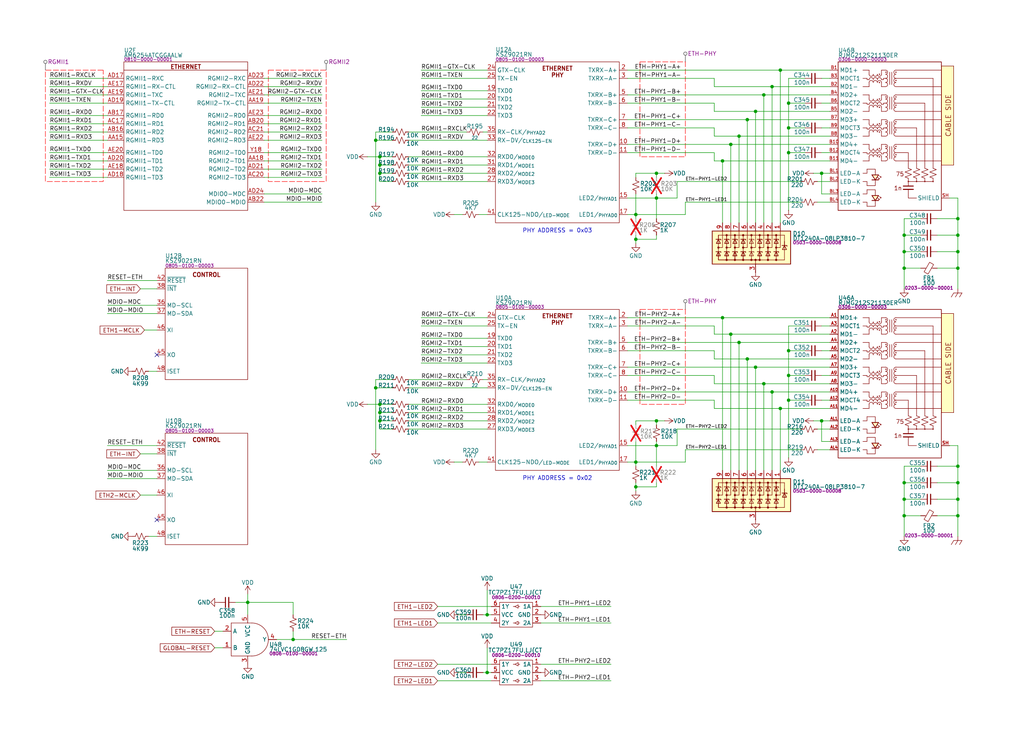
<source format=kicad_sch>
(kicad_sch (version 20250114) (generator "eeschema") (generator_version "9.0")
  (paper "User" 315 225)
  (title_block (title "Benchy Motherboard AM625 - Ethernet") (rev "REV1") (company "Daxxn Industries") (comment 4 "Small net labels (≤0.65) are for clarity and do not connect to other nets."))
  (lib_symbols
    (symbol "DX_Capacitor_Ceramic:CC0805KRX7R9BB104" (pin_numbers (hide yes)) (pin_names (hide yes))
      (property "Reference" "C" (at 2.794 1.778 0))
      (property "Value" "100n" (at 2.794 0 0))
      (symbol "CC0805KRX7R9BB104_1_1"
        (pin passive line (at 0 2.54 270) (length 2.032) (name "~") (number "1"))
        (pin passive line (at 0 -2.54 90) (length 2.032) (name "~") (number "2"))
      )
    )
    (symbol "DX_Capacitor_Ceramic:CL05A104KA5NNNC" (pin_numbers (hide yes)) (pin_names (hide yes))
      (property "Reference" "C" (at 2.794 1.778 0))
      (property "Value" "100n" (at 2.794 0 0))
      (symbol "CL05A104KA5NNNC_1_1"
        (pin passive line (at 0 2.54 270) (length 2.032) (name "~") (number "1"))
        (pin passive line (at 0 -2.54 90) (length 2.032) (name "~") (number "2"))
      )
    )
    (symbol "DX_Capacitor_Ceramic:GRM155R71H104KE14J" (pin_numbers (hide yes)) (pin_names (hide yes))
      (property "Reference" "C" (at 2.794 1.778 0))
      (property "Value" "100n" (at 2.794 0 0))
      (symbol "GRM155R71H104KE14J_1_1"
        (pin passive line (at 0 2.54 270) (length 2.032) (name "~") (number "1"))
        (pin passive line (at 0 -2.54 90) (length 2.032) (name "~") (number "2"))
      )
    )
    (symbol "DX_Connector_Ethernet:RJMG212S21130ER"
      (property "Reference" "U" (at 0 4.064 0))
      (property "Value" "RJMG212S21130ER" (at 0 2.286 0))
      (property "PartNumber" "0306-0000-00003" (at 0 0.762 0))
      (symbol "RJMG212S21130ER_0_0"
        (pin power_in line (at 34.29 -41.91 180) (length 2.54) (name "SHIELD") (number "SH"))
      )
      (symbol "RJMG212S21130ER_0_1"
        (text "1n" (at 19.685 -38.862 0) (effects (font (size 1.27 1.27)) (justify right)))
        (text "75" (at 20.32 -34.544 0) (effects (font (size 1.27 1.27)) (justify right)))
        (text "CABLE SIDE" (at 33.909 -16.51 900) (effects (font (size 1.5 1.5))))
      )
      (symbol "RJMG212S21130ER_1_0"
        (pin bidirectional line (at -2.54 -2.54 0) (length 2.54) (name "MD1+") (number "A1"))
        (pin passive line (at -2.54 -5.08 0) (length 2.54) (name "MDCT1") (number "A3"))
        (pin bidirectional line (at -2.54 -7.62 0) (length 2.54) (name "MD1-") (number "A2"))
        (pin bidirectional line (at -2.54 -10.16 0) (length 2.54) (name "MD2+") (number "A4"))
        (pin passive line (at -2.54 -12.7 0) (length 2.54) (name "MDCT2") (number "A6"))
        (pin bidirectional line (at -2.54 -15.24 0) (length 2.54) (name "MD2-") (number "A5"))
        (pin bidirectional line (at -2.54 -17.78 0) (length 2.54) (name "MD3+") (number "A7"))
        (pin passive line (at -2.54 -20.32 0) (length 2.54) (name "MDCT3") (number "A9"))
        (pin bidirectional line (at -2.54 -22.86 0) (length 2.54) (name "MD3-") (number "A8"))
        (pin bidirectional line (at -2.54 -25.4 0) (length 2.54) (name "MD4+") (number "A10"))
        (pin passive line (at -2.54 -27.94 0) (length 2.54) (name "MDCT4") (number "A12"))
        (pin bidirectional line (at -2.54 -30.48 0) (length 2.54) (name "MD4-") (number "A11"))
        (pin passive line (at -2.54 -34.29 0) (length 2.54) (name "LED-A") (number "AL1"))
        (pin passive line (at -2.54 -36.83 0) (length 2.54) (name "LED-K") (number "AL2"))
        (pin passive line (at -2.54 -40.64 0) (length 2.54) (name "LED-A") (number "AL3"))
        (pin passive line (at -2.54 -43.18 0) (length 2.54) (name "LED-K") (number "AL4"))
      )
      (symbol "RJMG212S21130ER_2_0"
        (pin bidirectional line (at -2.54 -2.54 0) (length 2.54) (name "MD1+") (number "B1"))
        (pin passive line (at -2.54 -5.08 0) (length 2.54) (name "MDCT1") (number "B3"))
        (pin bidirectional line (at -2.54 -7.62 0) (length 2.54) (name "MD1-") (number "B2"))
        (pin bidirectional line (at -2.54 -10.16 0) (length 2.54) (name "MD2+") (number "B4"))
        (pin passive line (at -2.54 -12.7 0) (length 2.54) (name "MDCT2") (number "B6"))
        (pin bidirectional line (at -2.54 -15.24 0) (length 2.54) (name "MD2-") (number "B5"))
        (pin bidirectional line (at -2.54 -17.78 0) (length 2.54) (name "MD3+") (number "B7"))
        (pin passive line (at -2.54 -20.32 0) (length 2.54) (name "MDCT3") (number "B9"))
        (pin bidirectional line (at -2.54 -22.86 0) (length 2.54) (name "MD3-") (number "B8"))
        (pin bidirectional line (at -2.54 -25.4 0) (length 2.54) (name "MD4+") (number "B10"))
        (pin passive line (at -2.54 -27.94 0) (length 2.54) (name "MDCT4") (number "B12"))
        (pin bidirectional line (at -2.54 -30.48 0) (length 2.54) (name "MD4-") (number "B11"))
        (pin passive line (at -2.54 -34.29 0) (length 2.54) (name "LED-A") (number "BL1"))
        (pin passive line (at -2.54 -36.83 0) (length 2.54) (name "LED-K") (number "BL2"))
        (pin passive line (at -2.54 -40.64 0) (length 2.54) (name "LED-A") (number "BL3"))
        (pin passive line (at -2.54 -43.18 0) (length 2.54) (name "LED-K") (number "BL4"))
      )
    )
    (symbol "DX_Device_Power:ETH-SHIELD" (power) (pin_names (offset 0))
      (symbol "ETH-SHIELD_1_1"
        (pin power_in line (at 0 0 270) (length 0) (hide yes) (name "ETH-SHIELD") (number "1"))
      )
    )
    (symbol "DX_Diode_TVS:DT1240A-08LP3810-7" (pin_names (hide yes))
      (property "Reference" "D" (at 13.97 2.54 0))
      (property "Value" "DT1240A-08LP3810-7" (at 13.97 0.635 0))
      (property "PartNumber" "0503-0000-00008" (at 13.97 -1.27 0))
      (symbol "DT1240A-08LP3810-7_0_0"
        (pin passive line (at 0 -7.62 90) (length 2.54) (name "A") (number "3"))
      )
      (symbol "DT1240A-08LP3810-7_1_1"
        (pin passive line (at -7.62 7.62 270) (length 2.54) (name "K1") (number "1"))
        (pin passive line (at -5.08 7.62 270) (length 2.54) (name "K2") (number "2"))
        (pin passive line (at -2.54 7.62 270) (length 2.54) (name "K3") (number "4"))
        (pin passive line (at 0 7.62 270) (length 2.54) (name "K4") (number "5"))
        (pin passive line (at 2.54 7.62 270) (length 2.54) (name "K5") (number "6"))
        (pin passive line (at 5.08 7.62 270) (length 2.54) (name "K6") (number "7"))
        (pin passive line (at 7.62 7.62 270) (length 2.54) (name "K7") (number "8"))
        (pin passive line (at 10.16 7.62 270) (length 2.54) (name "K8") (number "9"))
      )
    )
    (symbol "DX_IC_Interface_Ethernet:KSZ9021RN"
      (property "Reference" "U" (at 0 3.81 0))
      (property "Value" "KSZ9021RN" (at 0 2.286 0))
      (property "PartNumber" "0805-0100-00003" (at 0 0.762 0))
      (symbol "KSZ9021RN_1_0"
        (pin input line (at -2.54 -2.54 0) (length 2.54) (name "GTX-CLK") (number "24"))
        (pin input line (at -2.54 -5.08 0) (length 2.54) (name "TX-EN") (number "25"))
        (pin input line (at -2.54 -8.89 0) (length 2.54) (name "TXD0") (number "19"))
        (pin input line (at -2.54 -11.43 0) (length 2.54) (name "TXD1") (number "20"))
        (pin input line (at -2.54 -13.97 0) (length 2.54) (name "TXD2") (number "21"))
        (pin input line (at -2.54 -16.51 0) (length 2.54) (name "TXD3") (number "22"))
        (pin bidirectional line (at -2.54 -21.59 0) (length 2.54) (name "RX-CLK/_{PHYAD2}") (number "35"))
        (pin bidirectional line (at -2.54 -24.13 0) (length 2.54) (name "RX-DV/_{CLK125-EN}") (number "33"))
        (pin bidirectional line (at -2.54 -29.21 0) (length 2.54) (name "RXD0/_{MODE0}") (number "32"))
        (pin bidirectional line (at -2.54 -31.75 0) (length 2.54) (name "RXD1/_{MODE1}") (number "31"))
        (pin bidirectional line (at -2.54 -34.29 0) (length 2.54) (name "RXD2/_{MODE2}") (number "28"))
        (pin bidirectional line (at -2.54 -36.83 0) (length 2.54) (name "RXD3/_{MODE3}") (number "27"))
        (pin bidirectional line (at -2.54 -46.99 0) (length 2.54) (name "CLK125-NDO/_{LED-MODE}") (number "41"))
        (pin bidirectional line (at 40.64 -2.54 180) (length 2.54) (name "TXRX-A+") (number "2"))
        (pin bidirectional line (at 40.64 -5.08 180) (length 2.54) (name "TXRX-A-") (number "3"))
        (pin bidirectional line (at 40.64 -10.16 180) (length 2.54) (name "TXRX-B+") (number "5"))
        (pin bidirectional line (at 40.64 -12.7 180) (length 2.54) (name "TXRX-B-") (number "6"))
        (pin bidirectional line (at 40.64 -17.78 180) (length 2.54) (name "TXRX-C+") (number "7"))
        (pin bidirectional line (at 40.64 -20.32 180) (length 2.54) (name "TXRX-C-") (number "8"))
        (pin bidirectional line (at 40.64 -25.4 180) (length 2.54) (name "TXRX-D+") (number "10"))
        (pin bidirectional line (at 40.64 -27.94 180) (length 2.54) (name "TXRX-D-") (number "11"))
        (pin bidirectional line (at 40.64 -41.91 180) (length 2.54) (name "LED2/_{PHYAD1}") (number "15"))
        (pin bidirectional line (at 40.64 -46.99 180) (length 2.54) (name "LED1/_{PHYAD0}") (number "17"))
      )
      (symbol "KSZ9021RN_1_1"
        (text "ETHERNET\nPHY" (at 19.05 -1.27 0) (effects (font (size 1.27 1.27) (bold yes)) (justify top)))
      )
      (symbol "KSZ9021RN_2_0"
        (pin input line (at -2.54 -3.81 0) (length 2.54) (name "~{RESET}") (number "42"))
        (pin input line (at -2.54 -6.35 0) (length 2.54) (name "~{INT}") (number "38"))
        (pin input line (at -2.54 -11.43 0) (length 2.54) (name "MD-SCL") (number "36"))
        (pin bidirectional line (at -2.54 -13.97 0) (length 2.54) (name "MD-SDA") (number "37"))
        (pin input line (at -2.54 -19.05 0) (length 2.54) (name "XI") (number "46"))
        (pin output line (at -2.54 -26.67 0) (length 2.54) (name "XO") (number "45"))
        (pin input line (at -2.54 -31.75 0) (length 2.54) (name "ISET") (number "48"))
      )
      (symbol "KSZ9021RN_2_1"
        (text "CONTROL" (at 12.7 -1.27 0) (effects (font (size 1.27 1.27) (bold yes)) (justify top)))
      )
      (symbol "KSZ9021RN_3_0"
        (pin power_in line (at -2.54 -3.81 0) (length 2.54) (name "DVDDH") (number "16"))
        (pin power_in line (at -2.54 -3.81 0) (length 2.54) (hide yes) (name "DVDDH") (number "34"))
        (pin power_in line (at -2.54 -3.81 0) (length 2.54) (hide yes) (name "DVDDH") (number "40"))
        (pin power_in line (at -2.54 -8.89 0) (length 2.54) (name "AVDDH") (number "1"))
        (pin power_in line (at -2.54 -8.89 0) (length 2.54) (hide yes) (name "AVDDH") (number "12"))
        (pin power_in line (at -2.54 -8.89 0) (length 2.54) (hide yes) (name "AVDDH") (number "47"))
        (pin power_in line (at -2.54 -16.51 0) (length 2.54) (name "DVDDL") (number "14"))
        (pin power_in line (at -2.54 -16.51 0) (length 2.54) (hide yes) (name "DVDDL") (number "18"))
        (pin power_in line (at -2.54 -16.51 0) (length 2.54) (hide yes) (name "DVDDL") (number "23"))
        (pin power_in line (at -2.54 -16.51 0) (length 2.54) (hide yes) (name "DVDDL") (number "26"))
        (pin power_in line (at -2.54 -16.51 0) (length 2.54) (hide yes) (name "DVDDL") (number "30"))
        (pin power_in line (at -2.54 -16.51 0) (length 2.54) (hide yes) (name "DVDDL") (number "39"))
        (pin power_in line (at -2.54 -21.59 0) (length 2.54) (name "AVDDL") (number "4"))
        (pin power_in line (at -2.54 -21.59 0) (length 2.54) (hide yes) (name "AVDDL") (number "9"))
        (pin power_in line (at -2.54 -26.67 0) (length 2.54) (name "AVDDL-PLL") (number "44"))
        (pin power_in line (at -2.54 -34.29 0) (length 2.54) (name "GND") (number "13"))
        (pin power_in line (at -2.54 -34.29 0) (length 2.54) (hide yes) (name "GND") (number "29"))
        (pin power_in line (at -2.54 -34.29 0) (length 2.54) (hide yes) (name "GND") (number "49"))
        (pin output line (at 20.32 -12.7 180) (length 2.54) (name "LDO-OUT") (number "43"))
      )
      (symbol "KSZ9021RN_3_1"
        (text "x3" (at 6.858 -3.81 0) (effects (font (size 1.27 1.27)) (justify left)))
        (text "x3" (at 6.858 -8.89 0) (effects (font (size 1.27 1.27)) (justify left)))
        (text "x6" (at 6.858 -16.51 0) (effects (font (size 1.27 1.27)) (justify left)))
        (text "x2" (at 6.858 -21.59 0) (effects (font (size 1.27 1.27)) (justify left)))
        (text "POWER" (at 8.89 -1.27 0) (effects (font (size 1.27 1.27) (bold yes))))
      )
    )
    (symbol "DX_IC_Logic_AND:74LVC1G08GW,125"
      (property "Reference" "U" (at 1.27 9.144 0))
      (property "Value" "74LVC1G08GW,125" (at 1.27 7.366 0))
      (property "PartNumber" "0806-0100-00001" (at 1.27 5.842 0))
      (symbol "74LVC1G08GW,125_0_0"
        (pin input line (at -7.62 2.54 0) (length 2.54) (name "A") (number "2"))
        (pin input line (at -7.62 -2.54 0) (length 2.54) (name "B") (number "1"))
        (pin power_in line (at 0 7.62 270) (length 2.54) (name "VCC") (number "5"))
        (pin power_in line (at 0 -7.62 90) (length 2.54) (name "GND") (number "3"))
        (pin output line (at 8.89 0 180) (length 2.54) (name "Y") (number "4"))
      )
    )
    (symbol "DX_IC_Logic_Buffer:TC7PZ17FU,LJ(CT"
      (property "Reference" "U" (at 7.62 6.096 0))
      (property "Value" "TC7PZ17FU,LJ(CT" (at 7.874 4.318 0))
      (property "PartNumber" "0806-0200-00010" (at 7.62 2.794 0))
      (symbol "TC7PZ17FU,LJ(CT_0_0"
        (pin unspecified line (at 0 0 0) (length 2.54) (name "1A") (number "1"))
        (pin unspecified line (at 0 -2.54 0) (length 2.54) (name "GND") (number "2"))
        (pin unspecified line (at 0 -5.08 0) (length 2.54) (name "2A") (number "3"))
        (pin unspecified line (at 15.24 0 180) (length 2.54) (name "1Y") (number "6"))
        (pin unspecified line (at 15.24 -2.54 180) (length 2.54) (name "VCC") (number "5"))
        (pin unspecified line (at 15.24 -5.08 180) (length 2.54) (name "2Y") (number "4"))
      )
    )
    (symbol "DX_IC_MPU:AM6254ATCGGAALW"
      (property "Reference" "U" (at 0 3.556 0))
      (property "Value" "AM6254ATCGGAALW" (at 0 2.032 0))
      (property "PartNumber" "0810-0000-00001" (at 0 0.762 0))
      (symbol "AM6254ATCGGAALW_1_1"
        (text "x62" (at 5.08 -116.84 0) (effects (font (size 1.27 1.27)) (justify left)))
        (text "x2" (at 9.144 -10.16 0) (effects (font (size 1.27 1.27)) (justify left)))
        (text "x2" (at 9.144 -12.7 0) (effects (font (size 1.27 1.27)) (justify left)))
        (text "x2" (at 9.144 -15.24 0) (effects (font (size 1.27 1.27)) (justify left)))
        (text "x4" (at 9.144 -17.78 0) (effects (font (size 1.27 1.27)) (justify left)))
        (text "x4" (at 10.16 -66.04 0) (effects (font (size 1.27 1.27)) (justify left)))
        (text "x17" (at 10.16 -71.12 0) (effects (font (size 1.27 1.27)) (justify left)))
        (text "x8" (at 11.176 -73.66 0) (effects (font (size 1.27 1.27)) (justify left)))
        (text "x2" (at 12.446 -27.94 0) (effects (font (size 1.27 1.27)) (justify left)))
        (text "POWER" (at 12.7 -2.54 0) (effects (font (size 2 2) (bold yes))))
        (text "x2" (at 16.764 -53.34 0) (effects (font (size 1.27 1.27)) (justify left)))
        (pin power_in line (at -5.08 -5.08 0) (length 5.08) (name "VDDA-3P3-USB") (number "Y13"))
        (pin power_in line (at -5.08 -10.16 0) (length 5.08) (name "VDDSHV0") (number "F15"))
        (pin power_in line (at -5.08 -10.16 0) (length 5.08) (hide yes) (name "VDDSHV0") (number "G14"))
        (pin power_in line (at -5.08 -12.7 0) (length 5.08) (hide yes) (name "VDDSHV1") (number "L18"))
        (pin power_in line (at -5.08 -12.7 0) (length 5.08) (name "VDDSHV1") (number "M19"))
        (pin power_in line (at -5.08 -15.24 0) (length 5.08) (hide yes) (name "VDDSHV2") (number "W16"))
        (pin power_in line (at -5.08 -15.24 0) (length 5.08) (name "VDDSHV2") (number "W19"))
        (pin power_in line (at -5.08 -17.78 0) (length 5.08) (hide yes) (name "VDDSHV3") (number "N18"))
        (pin power_in line (at -5.08 -17.78 0) (length 5.08) (hide yes) (name "VDDSHV3") (number "P18"))
        (pin power_in line (at -5.08 -17.78 0) (length 5.08) (name "VDDSHV3") (number "T19"))
        (pin power_in line (at -5.08 -17.78 0) (length 5.08) (hide yes) (name "VDDSHV3") (number "U18"))
        (pin power_in line (at -5.08 -20.32 0) (length 5.08) (name "VDDSHV4") (number "T7"))
        (pin power_in line (at -5.08 -22.86 0) (length 5.08) (name "VDDSHV5") (number "G17"))
        (pin power_in line (at -5.08 -25.4 0) (length 5.08) (name "VDDSHV6") (number "J18"))
        (pin power_in line (at -5.08 -27.94 0) (length 5.08) (name "VDDSHV-MCU") (number "F11"))
        (pin power_in line (at -5.08 -27.94 0) (length 5.08) (hide yes) (name "VDDSHV-MCU") (number "G12"))
        (pin power_in line (at -5.08 -30.48 0) (length 5.08) (name "VDDSHV-CANUART") (number "H9"))
        (pin power_in line (at -5.08 -35.56 0) (length 5.08) (name "VDDA-MCU") (number "L11"))
        (pin power_in line (at -5.08 -38.1 0) (length 5.08) (name "VDDA-PLL0") (number "U11"))
        (pin power_in line (at -5.08 -40.64 0) (length 5.08) (name "VDDA-PLL1") (number "U15"))
        (pin power_in line (at -5.08 -43.18 0) (length 5.08) (name "VDDA-PLL2") (number "L14"))
        (pin power_in line (at -5.08 -45.72 0) (length 5.08) (name "VDDA-TEMP0") (number "T9"))
        (pin power_in line (at -5.08 -48.26 0) (length 5.08) (name "VDDA-TEMP1") (number "G16"))
        (pin power_in line (at -5.08 -50.8 0) (length 5.08) (name "VDDA-1P8-CSIRX0") (number "W14"))
        (pin power_in line (at -5.08 -53.34 0) (length 5.08) (name "VDDA-1P8-OLDI0") (number "W10"))
        (pin power_in line (at -5.08 -53.34 0) (length 5.08) (hide yes) (name "VDDA-1P8-OLDI0") (number "W9"))
        (pin power_in line (at -5.08 -55.88 0) (length 5.08) (name "VDDA-1P8-USB") (number "Y11"))
        (pin power_in line (at -5.08 -58.42 0) (length 5.08) (name "VDDS-OSC0") (number "G7"))
        (pin power_in line (at -5.08 -63.5 0) (length 5.08) (name "VDDS-DDR-C") (number "M9"))
        (pin power_in line (at -5.08 -66.04 0) (length 5.08) (name "VDDS-DDR") (number "K9"))
        (pin power_in line (at -5.08 -66.04 0) (length 5.08) (hide yes) (name "VDDS-DDR") (number "L8"))
        (pin power_in line (at -5.08 -66.04 0) (length 5.08) (hide yes) (name "VDDS-DDR") (number "P9"))
        (pin power_in line (at -5.08 -66.04 0) (length 5.08) (hide yes) (name "VDDS-DDR") (number "R8"))
        (pin power_in line (at -5.08 -71.12 0) (length 5.08) (name "VDD_CORE") (number "H8"))
        (pin power_in line (at -5.08 -71.12 0) (length 5.08) (hide yes) (name "VDD_CORE") (number "J11"))
        (pin power_in line (at -5.08 -71.12 0) (length 5.08) (hide yes) (name "VDD_CORE") (number "J14"))
        (pin power_in line (at -5.08 -71.12 0) (length 5.08) (hide yes) (name "VDD_CORE") (number "K17"))
        (pin power_in line (at -5.08 -71.12 0) (length 5.08) (hide yes) (name "VDD_CORE") (number "L12"))
        (pin power_in line (at -5.08 -71.12 0) (length 5.08) (hide yes) (name "VDD_CORE") (number "L15"))
        (pin power_in line (at -5.08 -71.12 0) (length 5.08) (hide yes) (name "VDD_CORE") (number "M16"))
        (pin power_in line (at -5.08 -71.12 0) (length 5.08) (hide yes) (name "VDD_CORE") (number "N11"))
        (pin power_in line (at -5.08 -71.12 0) (length 5.08) (hide yes) (name "VDD_CORE") (number "N13"))
        (pin power_in line (at -5.08 -71.12 0) (length 5.08) (hide yes) (name "VDD_CORE") (number "N8"))
        (pin power_in line (at -5.08 -71.12 0) (length 5.08) (hide yes) (name "VDD_CORE") (number "P17"))
        (pin power_in line (at -5.08 -71.12 0) (length 5.08) (hide yes) (name "VDD_CORE") (number "R11"))
        (pin power_in line (at -5.08 -71.12 0) (length 5.08) (hide yes) (name "VDD_CORE") (number "R14"))
        (pin power_in line (at -5.08 -71.12 0) (length 5.08) (hide yes) (name "VDD_CORE") (number "U12"))
        (pin power_in line (at -5.08 -71.12 0) (length 5.08) (hide yes) (name "VDD_CORE") (number "V15"))
        (pin power_in line (at -5.08 -71.12 0) (length 5.08) (hide yes) (name "VDD_CORE") (number "V17"))
        (pin power_in line (at -5.08 -71.12 0) (length 5.08) (hide yes) (name "VDD_CORE") (number "V8"))
        (pin power_in line (at -5.08 -73.66 0) (length 5.08) (name "VDDR-CORE") (number "J12"))
        (pin power_in line (at -5.08 -73.66 0) (length 5.08) (hide yes) (name "VDDR-CORE") (number "K16"))
        (pin power_in line (at -5.08 -73.66 0) (length 5.08) (hide yes) (name "VDDR-CORE") (number "N12"))
        (pin power_in line (at -5.08 -73.66 0) (length 5.08) (hide yes) (name "VDDR-CORE") (number "N14"))
        (pin power_in line (at -5.08 -73.66 0) (length 5.08) (hide yes) (name "VDDR-CORE") (number "P16"))
        (pin power_in line (at -5.08 -73.66 0) (length 5.08) (hide yes) (name "VDDR-CORE") (number "R12"))
        (pin power_in line (at -5.08 -73.66 0) (length 5.08) (hide yes) (name "VDDR-CORE") (number "T10"))
        (pin power_in line (at -5.08 -73.66 0) (length 5.08) (hide yes) (name "VDDR-CORE") (number "U14"))
        (pin power_in line (at -5.08 -76.2 0) (length 5.08) (name "VDD-CANUART") (number "F8"))
        (pin power_in line (at -5.08 -78.74 0) (length 5.08) (name "VDDA-CORE-CSIRX0") (number "W13"))
        (pin power_in line (at -5.08 -81.28 0) (length 5.08) (name "VDDA-CORE-USB") (number "W12"))
        (pin power_in line (at -5.08 -86.36 0) (length 5.08) (name "CAP-VDDS-CANUART") (number "G9"))
        (pin power_in line (at -5.08 -88.9 0) (length 5.08) (name "CAP-VDDS0") (number "H15"))
        (pin power_in line (at -5.08 -91.44 0) (length 5.08) (name "CAP-VDDS1") (number "K18"))
        (pin power_in line (at -5.08 -93.98 0) (length 5.08) (name "CAP-VDDS2") (number "W17"))
        (pin power_in line (at -5.08 -96.52 0) (length 5.08) (name "CAP-VDDS3") (number "P19"))
        (pin power_in line (at -5.08 -99.06 0) (length 5.08) (name "CAP-VDDS4") (number "U7"))
        (pin power_in line (at -5.08 -101.6 0) (length 5.08) (name "CAP-VDDS5") (number "H17"))
        (pin power_in line (at -5.08 -104.14 0) (length 5.08) (name "CAP-VDDS6") (number "J19"))
        (pin power_in line (at -5.08 -106.68 0) (length 5.08) (name "CAP-VDDS-MCU") (number "H11"))
        (pin power_in line (at -5.08 -116.84 0) (length 5.08) (name "VSS") (number "A1"))
        (pin power_in line (at -5.08 -116.84 0) (length 5.08) (hide yes) (name "VSS") (number "A24"))
        (pin power_in line (at -5.08 -116.84 0) (length 5.08) (hide yes) (name "VSS") (number "A25"))
        (pin power_in line (at -5.08 -116.84 0) (length 5.08) (hide yes) (name "VSS") (number "AA11"))
        (pin power_in line (at -5.08 -116.84 0) (length 5.08) (hide yes) (name "VSS") (number "AB9"))
        (pin power_in line (at -5.08 -116.84 0) (length 5.08) (hide yes) (name "VSS") (number "AD1"))
        (pin power_in line (at -5.08 -116.84 0) (length 5.08) (hide yes) (name "VSS") (number "AD12"))
        (pin power_in line (at -5.08 -116.84 0) (length 5.08) (hide yes) (name "VSS") (number "AD16"))
        (pin power_in line (at -5.08 -116.84 0) (length 5.08) (hide yes) (name "VSS") (number "AD25"))
        (pin power_in line (at -5.08 -116.84 0) (length 5.08) (hide yes) (name "VSS") (number "AD9"))
        (pin power_in line (at -5.08 -116.84 0) (length 5.08) (hide yes) (name "VSS") (number "AE1"))
        (pin power_in line (at -5.08 -116.84 0) (length 5.08) (hide yes) (name "VSS") (number "AE12"))
        (pin power_in line (at -5.08 -116.84 0) (length 5.08) (hide yes) (name "VSS") (number "AE16"))
        (pin power_in line (at -5.08 -116.84 0) (length 5.08) (hide yes) (name "VSS") (number "AE24"))
        (pin power_in line (at -5.08 -116.84 0) (length 5.08) (hide yes) (name "VSS") (number "AE25"))
        (pin power_in line (at -5.08 -116.84 0) (length 5.08) (hide yes) (name "VSS") (number "AE8"))
        (pin power_in line (at -5.08 -116.84 0) (length 5.08) (hide yes) (name "VSS") (number "B25"))
        (pin power_in line (at -5.08 -116.84 0) (length 5.08) (hide yes) (name "VSS") (number "F13"))
        (pin power_in line (at -5.08 -116.84 0) (length 5.08) (hide yes) (name "VSS") (number "G13"))
        (pin power_in line (at -5.08 -116.84 0) (length 5.08) (hide yes) (name "VSS") (number "G19"))
        (pin power_in line (at -5.08 -116.84 0) (length 5.08) (hide yes) (name "VSS") (number "H13"))
        (pin power_in line (at -5.08 -116.84 0) (length 5.08) (hide yes) (name "VSS") (number "H16"))
        (pin power_in line (at -5.08 -116.84 0) (length 5.08) (hide yes) (name "VSS") (number "H18"))
        (pin power_in line (at -5.08 -116.84 0) (length 5.08) (hide yes) (name "VSS") (number "H20"))
        (pin power_in line (at -5.08 -116.84 0) (length 5.08) (hide yes) (name "VSS") (number "J13"))
        (pin power_in line (at -5.08 -116.84 0) (length 5.08) (hide yes) (name "VSS") (number "J7"))
        (pin power_in line (at -5.08 -116.84 0) (length 5.08) (hide yes) (name "VSS") (number "K13"))
        (pin power_in line (at -5.08 -116.84 0) (length 5.08) (hide yes) (name "VSS") (number "K15"))
        (pin power_in line (at -5.08 -116.84 0) (length 5.08) (hide yes) (name "VSS") (number "K19"))
        (pin power_in line (at -5.08 -116.84 0) (length 5.08) (hide yes) (name "VSS") (number "K7"))
        (pin power_in line (at -5.08 -116.84 0) (length 5.08) (hide yes) (name "VSS") (number "L20"))
        (pin power_in line (at -5.08 -116.84 0) (length 5.08) (hide yes) (name "VSS") (number "M10"))
        (pin power_in line (at -5.08 -116.84 0) (length 5.08) (hide yes) (name "VSS") (number "M12"))
        (pin power_in line (at -5.08 -116.84 0) (length 5.08) (hide yes) (name "VSS") (number "M13"))
        (pin power_in line (at -5.08 -116.84 0) (length 5.08) (hide yes) (name "VSS") (number "M17"))
        (pin power_in line (at -5.08 -116.84 0) (length 5.08) (hide yes) (name "VSS") (number "M18"))
        (pin power_in line (at -5.08 -116.84 0) (length 5.08) (hide yes) (name "VSS") (number "M7"))
        (pin power_in line (at -5.08 -116.84 0) (length 5.08) (hide yes) (name "VSS") (number "M8"))
        (pin power_in line (at -5.08 -116.84 0) (length 5.08) (hide yes) (name "VSS") (number "N15"))
        (pin power_in line (at -5.08 -116.84 0) (length 5.08) (hide yes) (name "VSS") (number "P10"))
        (pin power_in line (at -5.08 -116.84 0) (length 5.08) (hide yes) (name "VSS") (number "P13"))
        (pin power_in line (at -5.08 -116.84 0) (length 5.08) (hide yes) (name "VSS") (number "P7"))
        (pin power_in line (at -5.08 -116.84 0) (length 5.08) (hide yes) (name "VSS") (number "R13"))
        (pin power_in line (at -5.08 -116.84 0) (length 5.08) (hide yes) (name "VSS") (number "R15"))
        (pin power_in line (at -5.08 -116.84 0) (length 5.08) (hide yes) (name "VSS") (number "R18"))
        (pin power_in line (at -5.08 -116.84 0) (length 5.08) (hide yes) (name "VSS") (number "R20"))
        (pin power_in line (at -5.08 -116.84 0) (length 5.08) (hide yes) (name "VSS") (number "T13"))
        (pin power_in line (at -5.08 -116.84 0) (length 5.08) (hide yes) (name "VSS") (number "T14"))
        (pin power_in line (at -5.08 -116.84 0) (length 5.08) (hide yes) (name "VSS") (number "T16"))
        (pin power_in line (at -5.08 -116.84 0) (length 5.08) (hide yes) (name "VSS") (number "T17"))
        (pin power_in line (at -5.08 -116.84 0) (length 5.08) (hide yes) (name "VSS") (number "T18"))
        (pin power_in line (at -5.08 -116.84 0) (length 5.08) (hide yes) (name "VSS") (number "T8"))
        (pin power_in line (at -5.08 -116.84 0) (length 5.08) (hide yes) (name "VSS") (number "U19"))
        (pin power_in line (at -5.08 -116.84 0) (length 5.08) (hide yes) (name "VSS") (number "U8"))
        (pin power_in line (at -5.08 -116.84 0) (length 5.08) (hide yes) (name "VSS") (number "V10"))
        (pin power_in line (at -5.08 -116.84 0) (length 5.08) (hide yes) (name "VSS") (number "V11"))
        (pin power_in line (at -5.08 -116.84 0) (length 5.08) (hide yes) (name "VSS") (number "V13"))
        (pin power_in line (at -5.08 -116.84 0) (length 5.08) (hide yes) (name "VSS") (number "V16"))
        (pin power_in line (at -5.08 -116.84 0) (length 5.08) (hide yes) (name "VSS") (number "V18"))
        (pin power_in line (at -5.08 -116.84 0) (length 5.08) (hide yes) (name "VSS") (number "V9"))
        (pin power_in line (at -5.08 -116.84 0) (length 5.08) (hide yes) (name "VSS") (number "W7"))
        (pin power_in line (at -5.08 -116.84 0) (length 5.08) (hide yes) (name "VSS") (number "Y2"))
        (pin no_connect line (at 11.43 38.1 0) (length 5.08) (hide yes) (name "RSVD0") (number "B1"))
        (pin no_connect line (at 11.43 35.56 0) (length 5.08) (hide yes) (name "RSVD1") (number "A2"))
        (pin no_connect line (at 11.43 33.02 0) (length 5.08) (hide yes) (name "RSVD2") (number "F6"))
        (pin no_connect line (at 11.43 30.48 0) (length 5.08) (hide yes) (name "RSVD3") (number "AE2"))
        (pin no_connect line (at 11.43 27.94 0) (length 5.08) (hide yes) (name "RSVD4") (number "T2"))
        (pin no_connect line (at 11.43 25.4 0) (length 5.08) (hide yes) (name "RSVD5") (number "U4"))
        (pin no_connect line (at 11.43 22.86 0) (length 5.08) (hide yes) (name "RSVD6") (number "AA12"))
        (pin no_connect line (at 11.43 20.32 0) (length 5.08) (hide yes) (name "RSVD7") (number "Y15"))
        (pin no_connect line (at 11.43 17.78 0) (length 5.08) (hide yes) (name "RSVD8") (number "E7"))
        (pin power_in line (at 30.48 -6.35 180) (length 5.08) (name "VPP") (number "J8"))
      )
      (symbol "AM6254ATCGGAALW_2_1"
        (text "CONTROL" (at 19.05 -1.27 0) (effects (font (size 1.27 1.27) (bold yes))))
        (text "MCU" (at 19.05 -24.384 0) (effects (font (size 1.27 1.27) (bold yes))))
        (pin input line (at -5.08 -3.81 0) (length 5.08) (name "~{RESET-REQ}") (number "F20"))
        (pin input line (at -5.08 -6.35 0) (length 5.08) (name "MCU-~{RESET}") (number "E11"))
        (pin input line (at -5.08 -11.43 0) (length 5.08) (name "EXTINTn") (number "D16"))
        (pin input line (at -5.08 -15.24 0) (length 5.08) (name "EXT-REFCLK1") (number "A18"))
        (pin input line (at -5.08 -20.32 0) (length 5.08) (name "~{MCU-POR}") (number "D2"))
        (pin input line (at -5.08 -30.48 0) (length 5.08) (name "MCU-OSC0-XI") (number "B2"))
        (pin output line (at -5.08 -33.02 0) (length 5.08) (name "MCU-OSC0-XO") (number "A3"))
        (pin input line (at -5.08 -40.64 0) (length 5.08) (name "WKUP-LFOSC0-XI") (number "C2"))
        (pin output line (at -5.08 -43.18 0) (length 5.08) (name "WKUP-LFOSC0-XO") (number "C1"))
        (pin bidirectional line (at -5.08 -50.8 0) (length 5.08) (name "MCU-UART0-TXD") (number "A5"))
        (pin input line (at -5.08 -53.34 0) (length 5.08) (name "MCU-UART0-RXD") (number "B5"))
        (pin bidirectional line (at -5.08 -55.88 0) (length 5.08) (name "MCU-UART0-CTSn") (number "A6"))
        (pin output line (at -5.08 -58.42 0) (length 5.08) (name "MCU-UART0-RTSn") (number "B6"))
        (pin output line (at 43.18 -3.81 180) (length 5.08) (name "~{RESETSTA}") (number "F22"))
        (pin output line (at 43.18 -6.35 180) (length 5.08) (name "MCU-~{RESET-STAT}") (number "B12"))
        (pin output line (at 43.18 -11.43 180) (length 5.08) (name "PMIC-LPM-EN0") (number "B7"))
        (pin bidirectional line (at 43.18 -15.24 180) (length 5.08) (name "MCU-~{ERROR}") (number "D1"))
        (pin output line (at 43.18 -20.32 180) (length 5.08) (name "~{POR}-OUT") (number "E21"))
        (pin bidirectional line (at 43.18 -27.94 180) (length 5.08) (name "MCU-I2C0-SCL") (number "A8"))
        (pin bidirectional line (at 43.18 -30.48 180) (length 5.08) (name "MCU-I2C0-SDA") (number "D10"))
        (pin input line (at 43.18 -35.56 180) (length 5.08) (name "MCU-MCAN0-RX") (number "B3"))
        (pin output line (at 43.18 -38.1 180) (length 5.08) (name "MCU-MCAN0-TX") (number "D6"))
        (pin input line (at 43.18 -40.64 180) (length 5.08) (name "MCU-MCAN1-RX") (number "D4"))
        (pin output line (at 43.18 -43.18 180) (length 5.08) (name "MCU-MCAN1-TX") (number "E5"))
        (pin bidirectional line (at 43.18 -48.26 180) (length 5.08) (name "MCU-SPI0-CLK") (number "A7"))
        (pin bidirectional line (at 43.18 -50.8 180) (length 5.08) (name "MCU-SPI0-D0") (number "D9"))
        (pin bidirectional line (at 43.18 -53.34 180) (length 5.08) (name "MCU-SPI0-D1") (number "C9"))
        (pin bidirectional line (at 43.18 -55.88 180) (length 5.08) (name "MCU-SPI0-CS0") (number "E8"))
        (pin bidirectional line (at 43.18 -58.42 180) (length 5.08) (name "MCU-SPI0-CS1") (number "B8"))
      )
      (symbol "AM6254ATCGGAALW_3_1"
        (text "DEBUG" (at 6.35 -1.524 0) (effects (font (size 1.27 1.27) (bold yes))))
        (pin bidirectional line (at -5.08 -5.08 0) (length 5.08) (name "EMU0") (number "E12"))
        (pin bidirectional line (at -5.08 -7.62 0) (length 5.08) (name "EMU1") (number "C11"))
        (pin input line (at -5.08 -12.7 0) (length 5.08) (name "TCK") (number "A10"))
        (pin input line (at -5.08 -15.24 0) (length 5.08) (name "TDI") (number "A11"))
        (pin output line (at -5.08 -17.78 0) (length 5.08) (name "TDO") (number "D12"))
        (pin input line (at -5.08 -20.32 0) (length 5.08) (name "TMS") (number "B11"))
        (pin input line (at -5.08 -22.86 0) (length 5.08) (name "~{TRST}") (number "B10"))
      )
      (symbol "AM6254ATCGGAALW_4_1"
        (text "DDR MEMORY" (at 25.4 -1.524 0) (effects (font (size 1.27 1.27) (bold yes))))
        (pin bidirectional line (at -5.08 -10.16 0) (length 5.08) (name "DDR0-~{ALERT}") (number "R3"))
        (pin output line (at -5.08 -12.7 0) (length 5.08) (name "DDR0-~{CAS}") (number "M4"))
        (pin output line (at -5.08 -15.24 0) (length 5.08) (name "DDR0-PAR") (number "T1"))
        (pin output line (at -5.08 -17.78 0) (length 5.08) (name "DDR0-~{WE}") (number "N3"))
        (pin output line (at -5.08 -20.32 0) (length 5.08) (name "DDR0-~{RAS}") (number "M5"))
        (pin output line (at -5.08 -22.86 0) (length 5.08) (name "DDR0-~{ACT}") (number "N6"))
        (pin output line (at -5.08 -25.4 0) (length 5.08) (name "DDR0-~{RESET0}") (number "G1"))
        (pin output line (at -5.08 -33.02 0) (length 5.08) (name "DDR0-CK0+") (number "L1"))
        (pin output line (at -5.08 -35.56 0) (length 5.08) (name "DDR0-CK0-") (number "L2"))
        (pin output line (at -5.08 -40.64 0) (length 5.08) (name "DDR0-~{CS0}") (number "L6"))
        (pin output line (at -5.08 -43.18 0) (length 5.08) (name "DDR0-~{CS1}") (number "K2"))
        (pin output line (at -5.08 -48.26 0) (length 5.08) (name "DDR0-BA0") (number "M1"))
        (pin output line (at -5.08 -50.8 0) (length 5.08) (name "DDR0-BA1") (number "N1"))
        (pin output line (at -5.08 -58.42 0) (length 5.08) (name "DDR0-CKE0") (number "H2"))
        (pin output line (at -5.08 -60.96 0) (length 5.08) (name "DDR0-CKE1") (number "J4"))
        (pin bidirectional line (at -5.08 -66.04 0) (length 5.08) (name "DDR0-DM0") (number "H5"))
        (pin bidirectional line (at -5.08 -68.58 0) (length 5.08) (name "DDR0-DM1") (number "W5"))
        (pin output line (at -5.08 -73.66 0) (length 5.08) (name "DDR0-BG0") (number "T4"))
        (pin output line (at -5.08 -76.2 0) (length 5.08) (name "DDR0-BG1") (number "N2"))
        (pin output line (at -5.08 -81.28 0) (length 5.08) (name "DDR0-ODT0") (number "H1"))
        (pin output line (at -5.08 -83.82 0) (length 5.08) (name "DDR0-ODT1") (number "J3"))
        (pin passive line (at -5.08 -93.98 0) (length 5.08) (name "DDR0-CAL0") (number "M2"))
        (pin output line (at 55.88 -5.08 180) (length 5.08) (name "DDR0-A0") (number "J1"))
        (pin output line (at 55.88 -7.62 180) (length 5.08) (name "DDR0-A1") (number "J2"))
        (pin output line (at 55.88 -10.16 180) (length 5.08) (name "DDR0-A2") (number "K3"))
        (pin output line (at 55.88 -12.7 180) (length 5.08) (name "DDR0-A3") (number "L5"))
        (pin output line (at 55.88 -15.24 180) (length 5.08) (name "DDR0-A4") (number "K4"))
        (pin output line (at 55.88 -17.78 180) (length 5.08) (name "DDR0-A5") (number "K1"))
        (pin output line (at 55.88 -20.32 180) (length 5.08) (name "DDR0-A6") (number "R2"))
        (pin output line (at 55.88 -22.86 180) (length 5.08) (name "DDR0-A7") (number "P2"))
        (pin output line (at 55.88 -25.4 180) (length 5.08) (name "DDR0-A8") (number "P1"))
        (pin output line (at 55.88 -27.94 180) (length 5.08) (name "DDR0-A9") (number "P4"))
        (pin output line (at 55.88 -30.48 180) (length 5.08) (name "DDR0-A10") (number "R5"))
        (pin output line (at 55.88 -33.02 180) (length 5.08) (name "DDR0-A11") (number "P5"))
        (pin output line (at 55.88 -35.56 180) (length 5.08) (name "DDR0-A12") (number "R6"))
        (pin output line (at 55.88 -38.1 180) (length 5.08) (name "DDR0-A13") (number "R1"))
        (pin bidirectional line (at 55.88 -45.72 180) (length 5.08) (name "DDR0-DQ0") (number "F4"))
        (pin bidirectional line (at 55.88 -48.26 180) (length 5.08) (name "DDR0-DQ1") (number "G5"))
        (pin bidirectional line (at 55.88 -50.8 180) (length 5.08) (name "DDR0-DQ2") (number "F3"))
        (pin bidirectional line (at 55.88 -53.34 180) (length 5.08) (name "DDR0-DQ3") (number "H6"))
        (pin bidirectional line (at 55.88 -55.88 180) (length 5.08) (name "DDR0-DQ4") (number "E3"))
        (pin bidirectional line (at 55.88 -58.42 180) (length 5.08) (name "DDR0-DQ5") (number "G2"))
        (pin bidirectional line (at 55.88 -60.96 180) (length 5.08) (name "DDR0-DQ6") (number "F2"))
        (pin bidirectional line (at 55.88 -63.5 180) (length 5.08) (name "DDR0-DQ7") (number "F1"))
        (pin bidirectional line (at 55.88 -66.04 180) (length 5.08) (name "DDR0-DQS0+") (number "E1"))
        (pin bidirectional line (at 55.88 -68.58 180) (length 5.08) (name "DDR0-DQS0-") (number "E2"))
        (pin bidirectional line (at 55.88 -71.12 180) (length 5.08) (name "DDR0-DQ8") (number "U1"))
        (pin bidirectional line (at 55.88 -73.66 180) (length 5.08) (name "DDR0-DQ9") (number "U3"))
        (pin bidirectional line (at 55.88 -76.2 180) (length 5.08) (name "DDR0-DQ10") (number "U2"))
        (pin bidirectional line (at 55.88 -78.74 180) (length 5.08) (name "DDR0-DQ11") (number "V5"))
        (pin bidirectional line (at 55.88 -81.28 180) (length 5.08) (name "DDR0-DQ12") (number "W2"))
        (pin bidirectional line (at 55.88 -83.82 180) (length 5.08) (name "DDR0-DQ13") (number "V6"))
        (pin bidirectional line (at 55.88 -86.36 180) (length 5.08) (name "DDR0-DQ14") (number "Y1"))
        (pin bidirectional line (at 55.88 -88.9 180) (length 5.08) (name "DDR0-DQ15") (number "W1"))
        (pin bidirectional line (at 55.88 -91.44 180) (length 5.08) (name "DDR0-DQS1+") (number "V1"))
        (pin bidirectional line (at 55.88 -93.98 180) (length 5.08) (name "DDR0-DQS1-") (number "V2"))
      )
      (symbol "AM6254ATCGGAALW_5_1"
        (text "POWER MONITORS" (at 10.16 -1.524 0) (effects (font (size 1.27 1.27) (bold yes))))
        (pin input line (at -5.08 -5.08 0) (length 5.08) (name "VMON-1P8-SOC") (number "G10"))
        (pin input line (at -5.08 -10.16 0) (length 5.08) (name "VMON-3P3-SOC") (number "K10"))
        (pin input line (at -5.08 -15.24 0) (length 5.08) (name "VMON-VSYS") (number "H10"))
      )
      (symbol "AM6254ATCGGAALW_6_1"
        (text "ETHERNET" (at 19.05 -1.524 0) (effects (font (size 1.27 1.27) (bold yes))))
        (pin input line (at -5.08 -5.08 0) (length 5.08) (name "RGMII1-RXC") (number "AD17"))
        (pin input line (at -5.08 -7.62 0) (length 5.08) (name "RGMII1-RX-CTL") (number "AE17"))
        (pin output line (at -5.08 -10.16 0) (length 5.08) (name "RGMII1-TXC") (number "AE19"))
        (pin output line (at -5.08 -12.7 0) (length 5.08) (name "RGMII1-TX-CTL") (number "AD19"))
        (pin input line (at -5.08 -16.51 0) (length 5.08) (name "RGMII1-RD0") (number "AB17"))
        (pin input line (at -5.08 -19.05 0) (length 5.08) (name "RGMII1-RD1") (number "AC17"))
        (pin input line (at -5.08 -21.59 0) (length 5.08) (name "RGMII1-RD2") (number "AB16"))
        (pin input line (at -5.08 -24.13 0) (length 5.08) (name "RGMII1-RD3") (number "AA15"))
        (pin output line (at -5.08 -27.94 0) (length 5.08) (name "RGMII1-TD0") (number "AE20"))
        (pin output line (at -5.08 -30.48 0) (length 5.08) (name "RGMII1-TD1") (number "AD20"))
        (pin output line (at -5.08 -33.02 0) (length 5.08) (name "RGMII1-TD2") (number "AE18"))
        (pin output line (at -5.08 -35.56 0) (length 5.08) (name "RGMII1-TD3") (number "AD18"))
        (pin input line (at 43.18 -5.08 180) (length 5.08) (name "RGMII2-RXC") (number "AD23"))
        (pin input line (at 43.18 -7.62 180) (length 5.08) (name "RGMII2-RX-CTL") (number "AD22"))
        (pin output line (at 43.18 -10.16 180) (length 5.08) (name "RGMII2-TXC") (number "AE21"))
        (pin output line (at 43.18 -12.7 180) (length 5.08) (name "RGMII2-TX-CTL") (number "AA19"))
        (pin input line (at 43.18 -16.51 180) (length 5.08) (name "RGMII2-RD0") (number "AE23"))
        (pin input line (at 43.18 -19.05 180) (length 5.08) (name "RGMII2-RD1") (number "AB20"))
        (pin input line (at 43.18 -21.59 180) (length 5.08) (name "RGMII2-RD2") (number "AC21"))
        (pin input line (at 43.18 -24.13 180) (length 5.08) (name "RGMII2-RD3") (number "AE22"))
        (pin output line (at 43.18 -27.94 180) (length 5.08) (name "RGMII2-TD0") (number "Y18"))
        (pin output line (at 43.18 -30.48 180) (length 5.08) (name "RGMII2-TD1") (number "AA18"))
        (pin output line (at 43.18 -33.02 180) (length 5.08) (name "RGMII2-TD2") (number "AD21"))
        (pin output line (at 43.18 -35.56 180) (length 5.08) (name "RGMII2-TD3") (number "AC20"))
        (pin output line (at 43.18 -40.64 180) (length 5.08) (name "MDIO0-MDC") (number "AD24"))
        (pin bidirectional line (at 43.18 -43.18 180) (length 5.08) (name "MDIO0-MDIO") (number "AB22"))
      )
      (symbol "AM6254ATCGGAALW_7_1"
        (text "USB" (at 11.43 -1.27 0) (effects (font (size 1.27 1.27) (bold yes))))
        (pin input line (at 27.94 -3.81 180) (length 5.08) (name "USB0-VBUS") (number "AC11"))
        (pin bidirectional line (at 27.94 -11.43 180) (length 5.08) (name "USB0-D+") (number "AD11"))
        (pin bidirectional line (at 27.94 -13.97 180) (length 5.08) (name "USB0-D-") (number "AE11"))
        (pin output line (at 27.94 -21.59 180) (length 5.08) (name "USB0-DRVVBUS") (number "C20"))
        (pin input line (at 27.94 -24.13 180) (length 5.08) (name "USB0-RCALIB") (number "AE10"))
        (pin input line (at 27.94 -31.75 180) (length 5.08) (name "USB1-VBUS") (number "AB10"))
        (pin bidirectional line (at 27.94 -39.37 180) (length 5.08) (name "USB1-D+") (number "AE9"))
        (pin bidirectional line (at 27.94 -41.91 180) (length 5.08) (name "USB1-D-") (number "AD10"))
        (pin output line (at 27.94 -49.53 180) (length 5.08) (name "USB1-DRVVBUS") (number "F18"))
        (pin input line (at 27.94 -52.07 180) (length 5.08) (name "USB1-RCALIB") (number "AC9"))
      )
      (symbol "AM6254ATCGGAALW_8_1"
        (text "CAMERA" (at 8.89 -2.54 0) (effects (font (size 1.27 1.27) (bold yes))))
        (pin input line (at -5.08 -5.08 0) (length 5.08) (name "CSI0-RX0+") (number "AC15"))
        (pin input line (at -5.08 -7.62 0) (length 5.08) (name "CSI0-RX0-") (number "AB14"))
        (pin input line (at -5.08 -12.7 0) (length 5.08) (name "CSI0-RX1+") (number "AE14"))
        (pin input line (at -5.08 -15.24 0) (length 5.08) (name "CSI0-RX1-") (number "AD14"))
        (pin input line (at -5.08 -20.32 0) (length 5.08) (name "CSI0-RX2+") (number "AE13"))
        (pin input line (at -5.08 -22.86 0) (length 5.08) (name "CSI0-RX2-") (number "AD13"))
        (pin input line (at -5.08 -27.94 0) (length 5.08) (name "CSI0-RX3+") (number "AC13"))
        (pin input line (at -5.08 -30.48 0) (length 5.08) (name "CSI0-RX3-") (number "AB12"))
        (pin input line (at -5.08 -35.56 0) (length 5.08) (name "CSI0-RXCLK+") (number "AE15"))
        (pin input line (at -5.08 -38.1 0) (length 5.08) (name "CSI0-RXCLK-") (number "AD15"))
        (pin input line (at -5.08 -43.18 0) (length 5.08) (name "CSI0-RXRCALIB") (number "AA14"))
      )
      (symbol "AM6254ATCGGAALW_9_1"
        (text "OCTAL SPI MEMORY" (at 11.43 -1.524 0) (effects (font (size 1.27 1.27) (bold yes))))
        (pin output line (at -5.08 -5.08 0) (length 5.08) (name "OSPI0-CLK") (number "H24"))
        (pin bidirectional line (at -5.08 -7.62 0) (length 5.08) (name "OSPI0-LBCLKO") (number "G25"))
        (pin input line (at -5.08 -10.16 0) (length 5.08) (name "OSPI0-DQS") (number "J24"))
        (pin output line (at -5.08 -17.78 0) (length 5.08) (name "OSPI0-~{CS}0") (number "F23"))
        (pin output line (at -5.08 -20.32 0) (length 5.08) (name "OSPI0-~{CS}1") (number "G21") (alternate "GPIO0-12" bidirectional line))
        (pin output line (at -5.08 -22.86 0) (length 5.08) (name "OSPI0-~{CS}2") (number "H21") (alternate "GPIO0-13" bidirectional line))
        (pin output line (at -5.08 -25.4 0) (length 5.08) (name "OSPI0-~{CS}3") (number "E24") (alternate "OSPI0-RESET-OUT0" output line))
        (pin bidirectional line (at -5.08 -30.48 0) (length 5.08) (name "OSPI0-D0") (number "E25"))
        (pin bidirectional line (at -5.08 -33.02 0) (length 5.08) (name "OSPI0-D1") (number "G24"))
        (pin bidirectional line (at -5.08 -35.56 0) (length 5.08) (name "OSPI0-D2") (number "F25"))
        (pin bidirectional line (at -5.08 -38.1 0) (length 5.08) (name "OSPI0-D3") (number "F24"))
        (pin bidirectional line (at -5.08 -40.64 0) (length 5.08) (name "OSPI0-D4") (number "J23"))
        (pin bidirectional line (at -5.08 -43.18 0) (length 5.08) (name "OSPI0-D5") (number "J25"))
        (pin bidirectional line (at -5.08 -45.72 0) (length 5.08) (name "OSPI0-D6") (number "H25"))
        (pin bidirectional line (at -5.08 -48.26 0) (length 5.08) (name "OSPI0-D7") (number "J22"))
      )
      (symbol "AM6254ATCGGAALW_10_1"
        (text "GENERAL SERIAL INTERFACES" (at 19.05 -1.524 0) (effects (font (size 1.27 1.27) (bold yes))))
        (pin bidirectional line (at -5.08 -5.08 0) (length 5.08) (name "GPMC0-AD0") (number "M25") (alternate "GPIO0-15" bidirectional line))
        (pin bidirectional line (at -5.08 -7.62 0) (length 5.08) (name "GPMC0-AD1") (number "N23") (alternate "GPIO0-16" bidirectional line))
        (pin bidirectional line (at -5.08 -10.16 0) (length 5.08) (name "GPMC0-AD2") (number "N24") (alternate "GPIO0-17" bidirectional line))
        (pin bidirectional line (at -5.08 -12.7 0) (length 5.08) (name "GPMC0-AD3") (number "N25") (alternate "GPIO0-18" bidirectional line))
        (pin bidirectional line (at -5.08 -15.24 0) (length 5.08) (name "GPMC0-AD4") (number "P24") (alternate "GPIO0-19" bidirectional line))
        (pin bidirectional line (at -5.08 -17.78 0) (length 5.08) (name "GPMC0-AD5") (number "P22") (alternate "GPIO0-20" bidirectional line))
        (pin bidirectional line (at -5.08 -20.32 0) (length 5.08) (name "GPMC0-AD6") (number "P21") (alternate "GPIO0-21" bidirectional line))
        (pin bidirectional line (at -5.08 -22.86 0) (length 5.08) (name "GPMC0-AD7") (number "R23") (alternate "GPIO0-22" bidirectional line))
        (pin bidirectional line (at -5.08 -25.4 0) (length 5.08) (name "GPMC0-AD8") (number "R24") (alternate "VOUT0-DATA16" output line))
        (pin bidirectional line (at -5.08 -27.94 0) (length 5.08) (name "GPMC0-AD9") (number "R25") (alternate "VOUT0-DATA17" output line))
        (pin bidirectional line (at -5.08 -30.48 0) (length 5.08) (name "GPMC0-AD10") (number "T25") (alternate "VOUT0-DATA18" output line))
        (pin bidirectional line (at -5.08 -33.02 0) (length 5.08) (name "GPMC0-AD11") (number "R21") (alternate "VOUT0-DATA19" output line))
        (pin bidirectional line (at -5.08 -35.56 0) (length 5.08) (name "GPMC0-AD12") (number "T22") (alternate "VOUT0-DATA20" output line))
        (pin bidirectional line (at -5.08 -38.1 0) (length 5.08) (name "GPMC0-AD13") (number "T24") (alternate "VOUT0-DATA21" output line))
        (pin bidirectional line (at -5.08 -40.64 0) (length 5.08) (name "GPMC0-AD14") (number "U25") (alternate "VOUT0-DATA22" output line))
        (pin bidirectional line (at -5.08 -43.18 0) (length 5.08) (name "GPMC0-AD15") (number "U24") (alternate "VOUT0-DATA23" output line))
        (pin output line (at -5.08 -46.99 0) (length 5.08) (name "GPMC0-~{CS}0") (number "M21") (alternate "GPIO0-41" bidirectional line))
        (pin output line (at -5.08 -49.53 0) (length 5.08) (name "GPMC0-~{CS}1") (number "L21") (alternate "GPIO0-42" bidirectional line))
        (pin output line (at -5.08 -52.07 0) (length 5.08) (name "GPMC0-~{CS}2") (number "K22") (alternate "GPIO0-43" bidirectional line))
        (pin output line (at -5.08 -54.61 0) (length 5.08) (name "GPMC0-~{CS}3") (number "K24") (alternate "GPIO0-44" bidirectional line))
        (pin input line (at -5.08 -58.42 0) (length 5.08) (name "GPMC0-WAIT0") (number "U23") (alternate "GPIO0-37" bidirectional line))
        (pin input line (at -5.08 -60.96 0) (length 5.08) (name "GPMC0-WAIT1") (number "V25") (alternate "GPIO0-38" bidirectional line))
        (pin output line (at -5.08 -64.77 0) (length 5.08) (name "GPMC0-BE0n-CLE") (number "M24") (alternate "GPIO0-35" bidirectional line))
        (pin output line (at -5.08 -67.31 0) (length 5.08) (name "GPMC0-BE1n") (number "N20") (alternate "GPIO0-36" bidirectional line))
        (pin output line (at -5.08 -71.12 0) (length 5.08) (name "GPMC0-CLK") (number "P25") (alternate "GPIO0-31" bidirectional line))
        (pin output line (at -5.08 -73.66 0) (length 5.08) (name "GPMC0-ADVn-ALE") (number "L23") (alternate "GPIO0-32" bidirectional line))
        (pin output line (at -5.08 -76.2 0) (length 5.08) (name "GPMC0-DIR") (number "M22") (alternate "GPIO0-40" bidirectional line))
        (pin output line (at -5.08 -78.74 0) (length 5.08) (name "GPMC0-OEn-REn") (number "L24") (alternate "GPIO0-33" bidirectional line))
        (pin output line (at -5.08 -81.28 0) (length 5.08) (name "GPMC0-WEn") (number "L25") (alternate "GPIO0-34" bidirectional line))
        (pin output line (at -5.08 -83.82 0) (length 5.08) (name "GPMC0-WPn") (number "K25") (alternate "GPIO0-39" bidirectional line))
        (pin input line (at 43.18 -7.62 180) (length 5.08) (name "MCAN0-RX") (number "E15"))
        (pin output line (at 43.18 -10.16 180) (length 5.08) (name "MCAN0-TX") (number "C15"))
        (pin output line (at 43.18 -22.86 180) (length 5.08) (name "UART0-TXD") (number "E14"))
        (pin input line (at 43.18 -25.4 180) (length 5.08) (name "UART0-RXD") (number "D14"))
        (pin output line (at 43.18 -27.94 180) (length 5.08) (name "UART0-~{RTS}") (number "B15"))
        (pin input line (at 43.18 -30.48 180) (length 5.08) (name "UART0-~{CTS}") (number "A15"))
        (pin bidirectional line (at 43.18 -40.64 180) (length 5.08) (name "I2C0-SCL") (number "B16"))
        (pin bidirectional line (at 43.18 -43.18 180) (length 5.08) (name "I2C0-SDA") (number "A16"))
        (pin bidirectional line (at 43.18 -45.72 180) (length 5.08) (name "I2C1-SCL") (number "B17"))
        (pin bidirectional line (at 43.18 -48.26 180) (length 5.08) (name "I2C1-SDA") (number "A17"))
        (pin bidirectional line (at 43.18 -58.42 180) (length 5.08) (name "SPI0-CLK") (number "A14"))
        (pin bidirectional line (at 43.18 -60.96 180) (length 5.08) (name "SPI0-CS0") (number "A13"))
        (pin bidirectional line (at 43.18 -63.5 180) (length 5.08) (name "SPI0-CS1") (number "C13"))
        (pin bidirectional line (at 43.18 -66.04 180) (length 5.08) (name "SPI0-D0") (number "B13") (alternate "EHRPWM1-B" bidirectional line) (alternate "SPI0-DI" input line) (alternate "SPI0-DO" output line))
        (pin bidirectional line (at 43.18 -68.58 180) (length 5.08) (name "SPI0-D1") (number "B14") (alternate "SPI0-DI" input line) (alternate "SPI0-DO" output line))
      )
      (symbol "AM6254ATCGGAALW_11_1"
        (text "MMC MEMORY CONTROLLER" (at 19.05 -1.524 0) (effects (font (size 1.27 1.27) (bold yes))))
        (pin bidirectional line (at -5.08 -5.08 0) (length 5.08) (name "MMC0-CLK") (number "AB1"))
        (pin bidirectional line (at -5.08 -7.62 0) (length 5.08) (name "MMC0-CMD") (number "Y3"))
        (pin bidirectional line (at -5.08 -10.16 0) (length 5.08) (name "MMC0-DAT0") (number "AA2"))
        (pin bidirectional line (at -5.08 -12.7 0) (length 5.08) (name "MMC0-DAT1") (number "AA1") (alternate "EHRPWM1-B" bidirectional line))
        (pin bidirectional line (at -5.08 -15.24 0) (length 5.08) (name "MMC0-DAT2") (number "AA3"))
        (pin bidirectional line (at -5.08 -17.78 0) (length 5.08) (name "MMC0-DAT3") (number "Y4"))
        (pin bidirectional line (at -5.08 -20.32 0) (length 5.08) (name "MMC0-DAT4") (number "AB2"))
        (pin bidirectional line (at -5.08 -22.86 0) (length 5.08) (name "MMC0-DAT5") (number "AC1"))
        (pin bidirectional line (at -5.08 -25.4 0) (length 5.08) (name "MMC0-DAT6") (number "AD2"))
        (pin bidirectional line (at -5.08 -27.94 0) (length 5.08) (name "MMC0-DAT7") (number "AC2"))
        (pin bidirectional line (at 43.18 -5.08 180) (length 5.08) (name "MMC1-CLK") (number "B22"))
        (pin bidirectional line (at 43.18 -7.62 180) (length 5.08) (name "MMC1-CMD") (number "A21"))
        (pin input line (at 43.18 -10.16 180) (length 5.08) (name "MMC1-SDCD") (number "D17"))
        (pin input line (at 43.18 -12.7 180) (length 5.08) (name "MMC1-SDWP") (number "C17") (alternate "GPIO1-49" bidirectional line))
        (pin bidirectional line (at 43.18 -15.24 180) (length 5.08) (name "MMC1-DAT0") (number "A22"))
        (pin bidirectional line (at 43.18 -17.78 180) (length 5.08) (name "MMC1-DAT1") (number "B21"))
        (pin bidirectional line (at 43.18 -20.32 180) (length 5.08) (name "MMC1-DAT2") (number "C21"))
        (pin bidirectional line (at 43.18 -22.86 180) (length 5.08) (name "MMC1-DAT3") (number "D22"))
        (pin bidirectional line (at 43.18 -30.48 180) (length 5.08) (name "MMC2-CLK") (number "D25"))
        (pin bidirectional line (at 43.18 -33.02 180) (length 5.08) (name "MMC2-CMD") (number "C24"))
        (pin input line (at 43.18 -35.56 180) (length 5.08) (name "MMC2-SDCD") (number "A23"))
        (pin input line (at 43.18 -38.1 180) (length 5.08) (name "MMC2-SDWP") (number "B23") (alternate "GPIO0-72" bidirectional line))
        (pin bidirectional line (at 43.18 -40.64 180) (length 5.08) (name "MMC2-DAT0") (number "B24"))
        (pin bidirectional line (at 43.18 -43.18 180) (length 5.08) (name "MMC2-DAT1") (number "C25"))
        (pin bidirectional line (at 43.18 -45.72 180) (length 5.08) (name "MMC2-DAT2") (number "E23"))
        (pin bidirectional line (at 43.18 -48.26 180) (length 5.08) (name "MMC2-DAT3") (number "D24"))
      )
      (symbol "AM6254ATCGGAALW_12_1"
        (text "WAKEUP" (at 11.43 -1.524 0) (effects (font (size 1.27 1.27) (bold yes))))
        (pin output line (at -5.08 -5.08 0) (length 5.08) (name "WKUP-CLKOUT0") (number "A12"))
        (pin bidirectional line (at -5.08 -10.16 0) (length 5.08) (name "WKUP-I2C0-SCL") (number "B9"))
        (pin bidirectional line (at -5.08 -12.7 0) (length 5.08) (name "WKUP-I2C0-SDA") (number "A9"))
        (pin input line (at -5.08 -17.78 0) (length 5.08) (name "WKUP-UART0-~{CTS}") (number "C6"))
        (pin output line (at -5.08 -20.32 0) (length 5.08) (name "WKUP-UART0-~{RTS}") (number "A4"))
        (pin input line (at -5.08 -22.86 0) (length 5.08) (name "WKUP-UART0-RXD") (number "B4"))
        (pin output line (at -5.08 -25.4 0) (length 5.08) (name "WKUP-UART0-TXD") (number "C5"))
      )
      (symbol "AM6254ATCGGAALW_13_1"
        (text "AUDIO INTERFACE" (at 11.43 -1.524 0) (effects (font (size 1.27 1.27) (bold yes))))
        (pin bidirectional line (at -5.08 -5.08 0) (length 5.08) (name "MCASP0-ACLKR") (number "A20"))
        (pin bidirectional line (at -5.08 -7.62 0) (length 5.08) (name "MCASP0-ACLKX") (number "B20") (alternate "EQEP1-A" input line))
        (pin bidirectional line (at -5.08 -12.7 0) (length 5.08) (name "MCASP0-AFSR") (number "E19") (alternate "GPIO1-13" bidirectional line))
        (pin bidirectional line (at -5.08 -15.24 0) (length 5.08) (name "MCASP0-AFSX") (number "D20") (alternate "EQEP1-B" input line))
        (pin bidirectional line (at -5.08 -20.32 0) (length 5.08) (name "MCASP0-AXR0") (number "E18") (alternate "EHRPWM1-B" bidirectional line))
        (pin bidirectional line (at -5.08 -22.86 0) (length 5.08) (name "MCASP0-AXR1") (number "B18") (alternate "GPIO1-9" bidirectional line))
        (pin bidirectional line (at -5.08 -25.4 0) (length 5.08) (name "MCASP0-AXR2") (number "A19") (alternate "EQEP0-B" input line))
        (pin bidirectional line (at -5.08 -27.94 0) (length 5.08) (name "MCASP0-AXR3") (number "B19") (alternate "EQEP0-A" input line))
      )
      (symbol "AM6254ATCGGAALW_14_1"
        (text "LVDS" (at 3.81 -5.08 0) (effects (font (size 1.27 1.27) (bold yes))))
        (text "VIDEO OUTPUT" (at 16.51 -1.524 0) (effects (font (size 1.27 1.27) (bold yes))))
        (text "DSS" (at 29.21 -5.08 0) (effects (font (size 1.27 1.27) (bold yes))))
        (pin bidirectional line (at -5.08 -7.62 0) (length 5.08) (name "OLDI0-A0+") (number "Y6"))
        (pin bidirectional line (at -5.08 -10.16 0) (length 5.08) (name "OLDI0-A0-") (number "AA5"))
        (pin bidirectional line (at -5.08 -12.7 0) (length 5.08) (name "OLDI0-A1+") (number "AB4"))
        (pin bidirectional line (at -5.08 -15.24 0) (length 5.08) (name "OLDI0-A1-") (number "AD3"))
        (pin bidirectional line (at -5.08 -17.78 0) (length 5.08) (name "OLDI0-A2+") (number "AA8"))
        (pin bidirectional line (at -5.08 -20.32 0) (length 5.08) (name "OLDI0-A2-") (number "Y8"))
        (pin bidirectional line (at -5.08 -22.86 0) (length 5.08) (name "OLDI0-A3+") (number "AA7"))
        (pin bidirectional line (at -5.08 -25.4 0) (length 5.08) (name "OLDI0-A3-") (number "AB6"))
        (pin bidirectional line (at -5.08 -27.94 0) (length 5.08) (name "OLDI0-A4+") (number "AC5"))
        (pin bidirectional line (at -5.08 -30.48 0) (length 5.08) (name "OLDI0-A4-") (number "AC6"))
        (pin bidirectional line (at -5.08 -33.02 0) (length 5.08) (name "OLDI0-A5+") (number "AD6"))
        (pin bidirectional line (at -5.08 -35.56 0) (length 5.08) (name "OLDI0-A5-") (number "AE5"))
        (pin bidirectional line (at -5.08 -38.1 0) (length 5.08) (name "OLDI0-A6+") (number "AD7"))
        (pin bidirectional line (at -5.08 -40.64 0) (length 5.08) (name "OLDI0-A6-") (number "AE6"))
        (pin bidirectional line (at -5.08 -43.18 0) (length 5.08) (name "OLDI0-A7+") (number "AE7"))
        (pin bidirectional line (at -5.08 -45.72 0) (length 5.08) (name "OLDI0-A7-") (number "AD8"))
        (pin bidirectional line (at -5.08 -48.26 0) (length 5.08) (name "OLDI0-CLK0+") (number "AE3"))
        (pin bidirectional line (at -5.08 -50.8 0) (length 5.08) (name "OLDI0-CLK0-") (number "AD4"))
        (pin bidirectional line (at -5.08 -53.34 0) (length 5.08) (name "OLDI0-CLK1+") (number "AD5"))
        (pin bidirectional line (at -5.08 -55.88 0) (length 5.08) (name "OLDI0-CLK1-") (number "AE4"))
        (pin output line (at 38.1 -7.62 180) (length 5.08) (name "VOUT0-DE") (number "Y20"))
        (pin output line (at 38.1 -10.16 180) (length 5.08) (name "VOUT0-HSYNC") (number "AB24"))
        (pin output line (at 38.1 -12.7 180) (length 5.08) (name "VOUT0-PCLK") (number "AC24"))
        (pin output line (at 38.1 -15.24 180) (length 5.08) (name "VOUT0-VSYNC") (number "AC25"))
        (pin output line (at 38.1 -17.78 180) (length 5.08) (name "VOUT0-DATA0") (number "U22"))
        (pin output line (at 38.1 -20.32 180) (length 5.08) (name "VOUT0-DATA1") (number "V24"))
        (pin output line (at 38.1 -22.86 180) (length 5.08) (name "VOUT0-DATA2") (number "W25"))
        (pin output line (at 38.1 -25.4 180) (length 5.08) (name "VOUT0-DATA3") (number "W24"))
        (pin output line (at 38.1 -27.94 180) (length 5.08) (name "VOUT0-DATA4") (number "Y25"))
        (pin output line (at 38.1 -30.48 180) (length 5.08) (name "VOUT0-DATA5") (number "Y24"))
        (pin output line (at 38.1 -33.02 180) (length 5.08) (name "VOUT0-DATA6") (number "Y23"))
        (pin output line (at 38.1 -35.56 180) (length 5.08) (name "VOUT0-DATA7") (number "AA25"))
        (pin output line (at 38.1 -38.1 180) (length 5.08) (name "VOUT0-DATA8") (number "V21"))
        (pin output line (at 38.1 -40.64 180) (length 5.08) (name "VOUT0-DATA9") (number "W21"))
        (pin output line (at 38.1 -43.18 180) (length 5.08) (name "VOUT0-DATA10") (number "V20"))
        (pin output line (at 38.1 -45.72 180) (length 5.08) (name "VOUT0-DATA11") (number "AA23"))
        (pin output line (at 38.1 -48.26 180) (length 5.08) (name "VOUT0-DATA12") (number "AB25"))
        (pin output line (at 38.1 -50.8 180) (length 5.08) (name "VOUT0-DATA13") (number "AA24"))
        (pin output line (at 38.1 -53.34 180) (length 5.08) (name "VOUT0-DATA14") (number "Y22"))
        (pin output line (at 38.1 -55.88 180) (length 5.08) (name "VOUT0-DATA15") (number "AA21"))
      )
    )
    (symbol "DX_Protection_Ferrite:MPZ1608S101ATAH0" (pin_numbers (hide yes)) (pin_names (hide yes))
      (property "Reference" "FB" (at 0 6.096 0))
      (property "Value" "100" (at 0 4.318 0))
      (property "PartNumber" "0203-0000-00001" (at 0 2.794 0))
      (symbol "MPZ1608S101ATAH0_1_1"
        (pin passive line (at -2.54 0 0) (length 1.27) (name "~") (number "1"))
        (pin passive line (at 2.54 0 180) (length 1.27) (name "~") (number "2"))
      )
    )
    (symbol "DX_Resistor:RC0402FR-074K99L" (pin_numbers (hide yes)) (pin_names (offset 0.254) (hide yes))
      (property "Reference" "R" (at 1.016 0.635 0))
      (property "Value" "4K99" (at 1.016 -1.016 0))
      (symbol "RC0402FR-074K99L_1_1"
        (pin passive line (at 0 2.54 270) (length 1.016) (name "~") (number "1"))
        (pin passive line (at 0 -2.54 90) (length 1.016) (name "~") (number "2"))
      )
    )
    (symbol "DX_Resistor:RC0402JR-0710KL" (pin_numbers (hide yes)) (pin_names (offset 0.254) (hide yes))
      (property "Reference" "R" (at 1.016 0.635 0))
      (property "Value" "10K" (at 1.016 -1.016 0))
      (symbol "RC0402JR-0710KL_1_1"
        (pin passive line (at 0 2.54 270) (length 1.016) (name "~") (number "1"))
        (pin passive line (at 0 -2.54 90) (length 1.016) (name "~") (number "2"))
      )
    )
    (symbol "DX_Resistor:RC0402JR-071KL" (pin_numbers (hide yes)) (pin_names (offset 0.254) (hide yes))
      (property "Reference" "R" (at 1.016 0.635 0))
      (property "Value" "1K" (at 1.016 -1.016 0))
      (symbol "RC0402JR-071KL_1_1"
        (pin passive line (at 0 2.54 270) (length 1.016) (name "~") (number "1"))
        (pin passive line (at 0 -2.54 90) (length 1.016) (name "~") (number "2"))
      )
    )
    (symbol "DX_Resistor:RMCF0201FT22R0" (pin_numbers (hide yes)) (pin_names (offset 0.254) (hide yes))
      (property "Reference" "R" (at 1.016 0.635 0))
      (property "Value" "22" (at 1.016 -1.016 0))
      (symbol "RMCF0201FT22R0_1_1"
        (pin passive line (at 0 2.54 270) (length 1.016) (name "~") (number "1"))
        (pin passive line (at 0 -2.54 90) (length 1.016) (name "~") (number "2"))
      )
    )
    (symbol "DX_Resistor:RMCF0402FT4K70" (pin_numbers (hide yes)) (pin_names (offset 0.254) (hide yes))
      (property "Reference" "R" (at 1.016 0.635 0))
      (property "Value" "4K7" (at 1.016 -1.016 0))
      (symbol "RMCF0402FT4K70_1_1"
        (pin passive line (at 0 2.54 270) (length 1.016) (name "~") (number "1"))
        (pin passive line (at 0 -2.54 90) (length 1.016) (name "~") (number "2"))
      )
    )
    (symbol "DX_Resistor:WR04X221_JTL" (pin_numbers (hide yes)) (pin_names (offset 0.254) (hide yes))
      (property "Reference" "R" (at 1.016 0.635 0))
      (property "Value" "220" (at 1.016 -1.016 0))
      (symbol "WR04X221_JTL_1_1"
        (pin passive line (at 0 2.54 270) (length 1.016) (name "~") (number "1"))
        (pin passive line (at 0 -2.54 90) (length 1.016) (name "~") (number "2"))
      )
    )
    (symbol "power:GND" (power) (pin_numbers (hide yes)) (pin_names (offset 0) (hide yes))
      (property "Value" "GND" (at 0 -3.81 0))
      (symbol "GND_1_1"
        (pin power_in line (at 0 0 270) (length 0) (name "~") (number "1"))
      )
    )
    (symbol "power:VDD" (power) (pin_numbers (hide yes)) (pin_names (offset 0) (hide yes))
      (property "Value" "VDD" (at 0 3.556 0))
      (symbol "VDD_1_1"
        (pin power_in line (at 0 0 90) (length 0) (name "~") (number "1"))
      )
    )
  )
  (text "PHY ADDRESS = 0x02" (at 171.45 147.32 0) (effects (font (size 1.27 1.27))))
  (text "PHY ADDRESS = 0x03" (at 171.45 71.12 0) (effects (font (size 1.27 1.27))))
  (junction (at 229.87 36.83))
  (junction (at 278.13 153.67))
  (junction (at 149.86 189.23))
  (junction (at 294.64 72.39))
  (junction (at 294.64 82.55))
  (junction (at 252.73 129.54))
  (junction (at 201.93 137.16))
  (junction (at 76.2 185.42))
  (junction (at 240.03 21.59))
  (junction (at 252.73 53.34))
  (junction (at 195.58 142.24))
  (junction (at 278.13 77.47))
  (junction (at 195.58 66.04))
  (junction (at 201.93 53.34))
  (junction (at 90.17 196.85))
  (junction (at 116.84 129.54))
  (junction (at 232.41 113.03))
  (junction (at 116.84 127))
  (junction (at 278.13 72.39))
  (junction (at 294.64 67.31))
  (junction (at 224.79 102.87))
  (junction (at 222.25 49.53))
  (junction (at 116.84 124.46))
  (junction (at 294.64 143.51))
  (junction (at 278.13 148.59))
  (junction (at 201.93 129.54))
  (junction (at 234.95 118.11))
  (junction (at 149.86 207.01))
  (junction (at 115.57 119.38))
  (junction (at 201.93 60.96))
  (junction (at 278.13 82.55))
  (junction (at 116.84 48.26))
  (junction (at 224.79 44.45))
  (junction (at 294.64 77.47))
  (junction (at 242.57 46.99))
  (junction (at 115.57 43.18))
  (junction (at 237.49 26.67))
  (junction (at 278.13 158.75))
  (junction (at 242.57 31.75))
  (junction (at 116.84 50.8))
  (junction (at 242.57 39.37))
  (junction (at 116.84 53.34))
  (junction (at 242.57 115.57))
  (junction (at 242.57 123.19))
  (junction (at 240.03 125.73))
  (junction (at 237.49 120.65))
  (junction (at 229.87 110.49))
  (junction (at 222.25 97.79))
  (junction (at 195.58 73.66))
  (junction (at 294.64 148.59))
  (junction (at 294.64 158.75))
  (junction (at 242.57 107.95))
  (junction (at 234.95 29.21))
  (junction (at 227.33 105.41))
  (junction (at 227.33 41.91))
  (junction (at 232.41 34.29))
  (junction (at 294.64 153.67))
  (junction (at 195.58 149.86))
  (no_connect (at 48.26 109.22))
  (no_connect (at 48.26 160.02))
  (wire (pts (xy 195.58 148.59) (xy 195.58 149.86)))
  (wire (pts (xy 201.93 53.34) (xy 204.47 53.34)))
  (wire (pts (xy 240.03 125.73) (xy 255.27 125.73)))
  (wire (pts (xy 66.04 194.31) (xy 68.58 194.31)))
  (wire (pts (xy 193.04 123.19) (xy 219.71 123.19)))
  (wire (pts (xy 278.13 67.31) (xy 283.21 67.31)))
  (wire (pts (xy 201.93 53.34) (xy 201.93 54.61)))
  (wire (pts (xy 76.2 182.88) (xy 76.2 185.42)))
  (wire (pts (xy 81.28 49.53) (xy 99.06 49.53)))
  (wire (pts (xy 120.65 40.64) (xy 115.57 40.64)))
  (wire (pts (xy 242.57 107.95) (xy 247.65 107.95)))
  (wire (pts (xy 255.27 41.91) (xy 227.33 41.91)))
  (wire (pts (xy 195.58 142.24) (xy 210.82 142.24)))
  (wire (pts (xy 278.13 77.47) (xy 278.13 72.39)))
  (wire (pts (xy 120.65 48.26) (xy 116.84 48.26)))
  (wire (pts (xy 227.33 105.41) (xy 227.33 144.78)))
  (wire (pts (xy 219.71 24.13) (xy 193.04 24.13)))
  (wire (pts (xy 115.57 119.38) (xy 120.65 119.38)))
  (wire (pts (xy 148.59 40.64) (xy 149.86 40.64)))
  (wire (pts (xy 208.28 60.96) (xy 208.28 55.88)))
  (wire (pts (xy 288.29 77.47) (xy 294.64 77.47)))
  (wire (pts (xy 201.93 129.54) (xy 204.47 129.54)))
  (wire (pts (xy 208.28 137.16) (xy 208.28 132.08)))
  (wire (pts (xy 129.54 106.68) (xy 149.86 106.68)))
  (wire (pts (xy 219.71 118.11) (xy 219.71 115.57)))
  (wire (pts (xy 232.41 113.03) (xy 232.41 144.78)))
  (wire (pts (xy 195.58 66.04) (xy 195.58 67.31)))
  (wire (pts (xy 166.37 209.55) (xy 187.96 209.55)))
  (wire (pts (xy 252.73 46.99) (xy 255.27 46.99)))
  (wire (pts (xy 129.54 30.48) (xy 149.86 30.48)))
  (wire (pts (xy 195.58 135.89) (xy 195.58 142.24)))
  (wire (pts (xy 237.49 26.67) (xy 237.49 68.58)))
  (wire (pts (xy 115.57 43.18) (xy 120.65 43.18)))
  (wire (pts (xy 116.84 127) (xy 120.65 127)))
  (wire (pts (xy 125.73 119.38) (xy 149.86 119.38)))
  (wire (pts (xy 201.93 72.39) (xy 201.93 73.66)))
  (wire (pts (xy 129.54 111.76) (xy 149.86 111.76)))
  (wire (pts (xy 278.13 148.59) (xy 278.13 143.51)))
  (wire (pts (xy 219.71 26.67) (xy 237.49 26.67)))
  (wire (pts (xy 193.04 36.83) (xy 229.87 36.83)))
  (wire (pts (xy 81.28 40.64) (xy 99.06 40.64)))
  (wire (pts (xy 255.27 36.83) (xy 229.87 36.83)))
  (wire (pts (xy 148.59 189.23) (xy 149.86 189.23)))
  (wire (pts (xy 252.73 31.75) (xy 255.27 31.75)))
  (wire (pts (xy 90.17 196.85) (xy 106.68 196.85)))
  (wire (pts (xy 166.37 204.47) (xy 187.96 204.47)))
  (wire (pts (xy 15.24 31.75) (xy 33.02 31.75)))
  (wire (pts (xy 149.86 199.39) (xy 149.86 207.01)))
  (wire (pts (xy 247.65 24.13) (xy 242.57 24.13)))
  (wire (pts (xy 81.28 35.56) (xy 99.06 35.56)))
  (wire (pts (xy 240.03 21.59) (xy 240.03 68.58)))
  (wire (pts (xy 125.73 124.46) (xy 149.86 124.46)))
  (wire (pts (xy 166.37 186.69) (xy 187.96 186.69)))
  (wire (pts (xy 219.71 49.53) (xy 219.71 46.99)))
  (wire (pts (xy 120.65 53.34) (xy 116.84 53.34)))
  (wire (pts (xy 278.13 153.67) (xy 278.13 148.59)))
  (wire (pts (xy 116.84 53.34) (xy 116.84 55.88)))
  (wire (pts (xy 294.64 60.96) (xy 294.64 67.31)))
  (wire (pts (xy 33.02 86.36) (xy 48.26 86.36)))
  (wire (pts (xy 210.82 62.23) (xy 246.38 62.23)))
  (wire (pts (xy 90.17 189.23) (xy 90.17 185.42)))
  (wire (pts (xy 255.27 26.67) (xy 237.49 26.67)))
  (wire (pts (xy 219.71 46.99) (xy 193.04 46.99)))
  (wire (pts (xy 44.45 101.6) (xy 48.26 101.6)))
  (wire (pts (xy 247.65 100.33) (xy 242.57 100.33)))
  (wire (pts (xy 120.65 124.46) (xy 116.84 124.46)))
  (wire (pts (xy 255.27 29.21) (xy 234.95 29.21)))
  (wire (pts (xy 252.73 53.34) (xy 252.73 59.69)))
  (wire (pts (xy 242.57 115.57) (xy 247.65 115.57)))
  (wire (pts (xy 193.04 120.65) (xy 237.49 120.65)))
  (wire (pts (xy 234.95 118.11) (xy 255.27 118.11)))
  (wire (pts (xy 234.95 29.21) (xy 234.95 68.58)))
  (wire (pts (xy 15.24 49.53) (xy 33.02 49.53)))
  (wire (pts (xy 210.82 142.24) (xy 210.82 138.43)))
  (wire (pts (xy 255.27 21.59) (xy 240.03 21.59)))
  (wire (pts (xy 251.46 138.43) (xy 255.27 138.43)))
  (wire (pts (xy 125.73 55.88) (xy 149.86 55.88)))
  (wire (pts (xy 15.24 40.64) (xy 33.02 40.64)))
  (wire (pts (xy 45.72 114.3) (xy 48.26 114.3)))
  (wire (pts (xy 140.97 207.01) (xy 143.51 207.01)))
  (wire (pts (xy 129.54 27.94) (xy 149.86 27.94)))
  (wire (pts (xy 195.58 59.69) (xy 195.58 66.04)))
  (wire (pts (xy 255.27 59.69) (xy 252.73 59.69)))
  (wire (pts (xy 242.57 123.19) (xy 247.65 123.19)))
  (wire (pts (xy 45.72 165.1) (xy 48.26 165.1)))
  (wire (pts (xy 193.04 100.33) (xy 219.71 100.33)))
  (wire (pts (xy 294.64 137.16) (xy 294.64 143.51)))
  (wire (pts (xy 43.18 139.7) (xy 48.26 139.7)))
  (wire (pts (xy 193.04 66.04) (xy 195.58 66.04)))
  (wire (pts (xy 232.41 113.03) (xy 255.27 113.03)))
  (wire (pts (xy 193.04 60.96) (xy 201.93 60.96)))
  (wire (pts (xy 292.1 60.96) (xy 294.64 60.96)))
  (wire (pts (xy 90.17 194.31) (xy 90.17 196.85)))
  (wire (pts (xy 288.29 72.39) (xy 294.64 72.39)))
  (wire (pts (xy 125.73 116.84) (xy 143.51 116.84)))
  (wire (pts (xy 278.13 165.1) (xy 278.13 158.75)))
  (wire (pts (xy 166.37 191.77) (xy 187.96 191.77)))
  (wire (pts (xy 76.2 185.42) (xy 76.2 189.23)))
  (wire (pts (xy 81.28 59.69) (xy 99.06 59.69)))
  (wire (pts (xy 125.73 53.34) (xy 149.86 53.34)))
  (wire (pts (xy 251.46 55.88) (xy 255.27 55.88)))
  (wire (pts (xy 222.25 97.79) (xy 255.27 97.79)))
  (wire (pts (xy 147.32 142.24) (xy 149.86 142.24)))
  (wire (pts (xy 115.57 43.18) (xy 115.57 62.23)))
  (wire (pts (xy 15.24 24.13) (xy 33.02 24.13)))
  (wire (pts (xy 255.27 49.53) (xy 222.25 49.53)))
  (wire (pts (xy 219.71 34.29) (xy 232.41 34.29)))
  (wire (pts (xy 278.13 143.51) (xy 283.21 143.51)))
  (wire (pts (xy 242.57 39.37) (xy 247.65 39.37)))
  (wire (pts (xy 148.59 116.84) (xy 149.86 116.84)))
  (wire (pts (xy 193.04 115.57) (xy 219.71 115.57)))
  (wire (pts (xy 195.58 149.86) (xy 201.93 149.86)))
  (wire (pts (xy 255.27 34.29) (xy 232.41 34.29)))
  (wire (pts (xy 229.87 110.49) (xy 255.27 110.49)))
  (wire (pts (xy 219.71 110.49) (xy 229.87 110.49)))
  (wire (pts (xy 81.28 43.18) (xy 99.06 43.18)))
  (wire (pts (xy 242.57 39.37) (xy 242.57 46.99)))
  (wire (pts (xy 129.54 109.22) (xy 149.86 109.22)))
  (wire (pts (xy 219.71 26.67) (xy 219.71 24.13)))
  (wire (pts (xy 193.04 44.45) (xy 224.79 44.45)))
  (wire (pts (xy 81.28 38.1) (xy 99.06 38.1)))
  (wire (pts (xy 242.57 100.33) (xy 242.57 107.95)))
  (wire (pts (xy 85.09 196.85) (xy 90.17 196.85)))
  (wire (pts (xy 252.73 100.33) (xy 255.27 100.33)))
  (wire (pts (xy 193.04 113.03) (xy 232.41 113.03)))
  (wire (pts (xy 294.64 72.39) (xy 294.64 77.47)))
  (wire (pts (xy 125.73 48.26) (xy 149.86 48.26)))
  (wire (pts (xy 278.13 77.47) (xy 283.21 77.47)))
  (wire (pts (xy 252.73 39.37) (xy 255.27 39.37)))
  (wire (pts (xy 288.29 67.31) (xy 294.64 67.31)))
  (wire (pts (xy 224.79 102.87) (xy 224.79 144.78)))
  (wire (pts (xy 15.24 43.18) (xy 33.02 43.18)))
  (wire (pts (xy 201.93 129.54) (xy 201.93 130.81)))
  (wire (pts (xy 195.58 66.04) (xy 210.82 66.04)))
  (wire (pts (xy 278.13 82.55) (xy 278.13 77.47)))
  (wire (pts (xy 193.04 142.24) (xy 195.58 142.24)))
  (wire (pts (xy 116.84 48.26) (xy 113.03 48.26)))
  (wire (pts (xy 227.33 41.91) (xy 227.33 68.58)))
  (wire (pts (xy 278.13 72.39) (xy 278.13 67.31)))
  (wire (pts (xy 229.87 36.83) (xy 229.87 68.58)))
  (wire (pts (xy 81.28 52.07) (xy 99.06 52.07)))
  (wire (pts (xy 201.93 60.96) (xy 208.28 60.96)))
  (wire (pts (xy 43.18 88.9) (xy 48.26 88.9)))
  (wire (pts (xy 288.29 143.51) (xy 294.64 143.51)))
  (wire (pts (xy 125.73 132.08) (xy 149.86 132.08)))
  (wire (pts (xy 195.58 73.66) (xy 195.58 74.93)))
  (wire (pts (xy 129.54 97.79) (xy 149.86 97.79)))
  (wire (pts (xy 15.24 46.99) (xy 33.02 46.99)))
  (wire (pts (xy 148.59 207.01) (xy 149.86 207.01)))
  (wire (pts (xy 229.87 110.49) (xy 229.87 144.78)))
  (wire (pts (xy 115.57 119.38) (xy 115.57 138.43)))
  (wire (pts (xy 242.57 31.75) (xy 242.57 39.37)))
  (wire (pts (xy 149.86 181.61) (xy 149.86 189.23)))
  (wire (pts (xy 222.25 49.53) (xy 222.25 68.58)))
  (wire (pts (xy 81.28 62.23) (xy 99.06 62.23)))
  (wire (pts (xy 208.28 55.88) (xy 246.38 55.88)))
  (wire (pts (xy 242.57 46.99) (xy 247.65 46.99)))
  (wire (pts (xy 210.82 138.43) (xy 246.38 138.43)))
  (wire (pts (xy 33.02 147.32) (xy 48.26 147.32)))
  (wire (pts (xy 120.65 132.08) (xy 116.84 132.08)))
  (wire (pts (xy 242.57 24.13) (xy 242.57 31.75)))
  (wire (pts (xy 294.64 82.55) (xy 294.64 88.9)))
  (wire (pts (xy 115.57 116.84) (xy 115.57 119.38)))
  (wire (pts (xy 195.58 73.66) (xy 201.93 73.66)))
  (wire (pts (xy 81.28 24.13) (xy 99.06 24.13)))
  (wire (pts (xy 252.73 53.34) (xy 255.27 53.34)))
  (wire (pts (xy 278.13 148.59) (xy 283.21 148.59)))
  (wire (pts (xy 81.28 54.61) (xy 99.06 54.61)))
  (wire (pts (xy 125.73 127) (xy 149.86 127)))
  (wire (pts (xy 250.19 129.54) (xy 252.73 129.54)))
  (wire (pts (xy 232.41 34.29) (xy 232.41 68.58)))
  (wire (pts (xy 125.73 129.54) (xy 149.86 129.54)))
  (wire (pts (xy 242.57 115.57) (xy 242.57 123.19)))
  (wire (pts (xy 255.27 135.89) (xy 252.73 135.89)))
  (wire (pts (xy 240.03 125.73) (xy 240.03 144.78)))
  (wire (pts (xy 255.27 44.45) (xy 224.79 44.45)))
  (wire (pts (xy 294.64 148.59) (xy 294.64 153.67)))
  (wire (pts (xy 252.73 123.19) (xy 255.27 123.19)))
  (wire (pts (xy 201.93 137.16) (xy 208.28 137.16)))
  (wire (pts (xy 15.24 29.21) (xy 33.02 29.21)))
  (wire (pts (xy 252.73 107.95) (xy 255.27 107.95)))
  (wire (pts (xy 237.49 120.65) (xy 255.27 120.65)))
  (wire (pts (xy 193.04 97.79) (xy 222.25 97.79)))
  (wire (pts (xy 208.28 132.08) (xy 246.38 132.08)))
  (wire (pts (xy 134.62 191.77) (xy 151.13 191.77)))
  (wire (pts (xy 33.02 137.16) (xy 48.26 137.16)))
  (wire (pts (xy 66.04 199.39) (xy 68.58 199.39)))
  (wire (pts (xy 149.86 189.23) (xy 151.13 189.23)))
  (wire (pts (xy 193.04 29.21) (xy 234.95 29.21)))
  (wire (pts (xy 125.73 40.64) (xy 143.51 40.64)))
  (wire (pts (xy 33.02 93.98) (xy 48.26 93.98)))
  (wire (pts (xy 15.24 38.1) (xy 33.02 38.1)))
  (wire (pts (xy 224.79 44.45) (xy 224.79 68.58)))
  (wire (pts (xy 193.04 21.59) (xy 240.03 21.59)))
  (wire (pts (xy 219.71 125.73) (xy 219.71 123.19)))
  (wire (pts (xy 201.93 135.89) (xy 201.93 137.16)))
  (wire (pts (xy 72.39 185.42) (xy 76.2 185.42)))
  (wire (pts (xy 195.58 129.54) (xy 201.93 129.54)))
  (wire (pts (xy 294.64 77.47) (xy 294.64 82.55)))
  (wire (pts (xy 294.64 82.55) (xy 288.29 82.55)))
  (wire (pts (xy 147.32 66.04) (xy 149.86 66.04)))
  (wire (pts (xy 15.24 35.56) (xy 33.02 35.56)))
  (wire (pts (xy 219.71 102.87) (xy 224.79 102.87)))
  (wire (pts (xy 294.64 153.67) (xy 294.64 158.75)))
  (wire (pts (xy 252.73 129.54) (xy 252.73 135.89)))
  (wire (pts (xy 120.65 55.88) (xy 116.84 55.88)))
  (wire (pts (xy 125.73 50.8) (xy 149.86 50.8)))
  (wire (pts (xy 201.93 59.69) (xy 201.93 60.96)))
  (wire (pts (xy 251.46 132.08) (xy 255.27 132.08)))
  (wire (pts (xy 116.84 50.8) (xy 116.84 53.34)))
  (wire (pts (xy 116.84 129.54) (xy 116.84 127)))
  (wire (pts (xy 134.62 209.55) (xy 151.13 209.55)))
  (wire (pts (xy 242.57 31.75) (xy 247.65 31.75)))
  (wire (pts (xy 219.71 39.37) (xy 219.71 41.91)))
  (wire (pts (xy 129.54 33.02) (xy 149.86 33.02)))
  (wire (pts (xy 140.97 189.23) (xy 143.51 189.23)))
  (wire (pts (xy 294.64 158.75) (xy 294.64 165.1)))
  (wire (pts (xy 134.62 186.69) (xy 151.13 186.69)))
  (wire (pts (xy 195.58 54.61) (xy 195.58 53.34)))
  (wire (pts (xy 116.84 124.46) (xy 113.03 124.46)))
  (wire (pts (xy 43.18 152.4) (xy 48.26 152.4)))
  (wire (pts (xy 195.58 130.81) (xy 195.58 129.54)))
  (wire (pts (xy 278.13 158.75) (xy 278.13 153.67)))
  (wire (pts (xy 242.57 107.95) (xy 242.57 115.57)))
  (wire (pts (xy 242.57 123.19) (xy 242.57 140.97)))
  (wire (pts (xy 120.65 50.8) (xy 116.84 50.8)))
  (wire (pts (xy 81.28 26.67) (xy 99.06 26.67)))
  (wire (pts (xy 219.71 49.53) (xy 222.25 49.53)))
  (wire (pts (xy 129.54 24.13) (xy 149.86 24.13)))
  (wire (pts (xy 219.71 31.75) (xy 193.04 31.75)))
  (wire (pts (xy 219.71 125.73) (xy 240.03 125.73)))
  (wire (pts (xy 219.71 39.37) (xy 193.04 39.37)))
  (wire (pts (xy 250.19 53.34) (xy 252.73 53.34)))
  (wire (pts (xy 139.7 142.24) (xy 142.24 142.24)))
  (wire (pts (xy 15.24 26.67) (xy 33.02 26.67)))
  (wire (pts (xy 294.64 158.75) (xy 288.29 158.75)))
  (wire (pts (xy 116.84 127) (xy 116.84 124.46)))
  (wire (pts (xy 292.1 137.16) (xy 294.64 137.16)))
  (wire (pts (xy 193.04 105.41) (xy 227.33 105.41)))
  (wire (pts (xy 81.28 46.99) (xy 99.06 46.99)))
  (wire (pts (xy 227.33 105.41) (xy 255.27 105.41)))
  (wire (pts (xy 193.04 107.95) (xy 219.71 107.95)))
  (wire (pts (xy 252.73 129.54) (xy 255.27 129.54)))
  (wire (pts (xy 288.29 148.59) (xy 294.64 148.59)))
  (wire (pts (xy 294.64 143.51) (xy 294.64 148.59)))
  (wire (pts (xy 116.84 129.54) (xy 120.65 129.54)))
  (wire (pts (xy 195.58 142.24) (xy 195.58 143.51)))
  (wire (pts (xy 252.73 115.57) (xy 255.27 115.57)))
  (wire (pts (xy 15.24 54.61) (xy 33.02 54.61)))
  (wire (pts (xy 116.84 132.08) (xy 116.84 129.54)))
  (wire (pts (xy 33.02 96.52) (xy 48.26 96.52)))
  (wire (pts (xy 149.86 207.01) (xy 151.13 207.01)))
  (wire (pts (xy 294.64 67.31) (xy 294.64 72.39)))
  (wire (pts (xy 81.28 31.75) (xy 99.06 31.75)))
  (wire (pts (xy 288.29 153.67) (xy 294.64 153.67)))
  (wire (pts (xy 278.13 72.39) (xy 283.21 72.39)))
  (wire (pts (xy 33.02 144.78) (xy 48.26 144.78)))
  (wire (pts (xy 251.46 62.23) (xy 255.27 62.23)))
  (wire (pts (xy 115.57 40.64) (xy 115.57 43.18)))
  (wire (pts (xy 278.13 153.67) (xy 283.21 153.67)))
  (wire (pts (xy 252.73 24.13) (xy 255.27 24.13)))
  (wire (pts (xy 81.28 29.21) (xy 99.06 29.21)))
  (wire (pts (xy 195.58 149.86) (xy 195.58 151.13)))
  (wire (pts (xy 234.95 118.11) (xy 234.95 144.78)))
  (wire (pts (xy 242.57 46.99) (xy 242.57 64.77)))
  (wire (pts (xy 129.54 35.56) (xy 149.86 35.56)))
  (wire (pts (xy 222.25 97.79) (xy 222.25 144.78)))
  (wire (pts (xy 90.17 185.42) (xy 76.2 185.42)))
  (wire (pts (xy 278.13 88.9) (xy 278.13 82.55)))
  (wire (pts (xy 219.71 31.75) (xy 219.71 34.29)))
  (wire (pts (xy 201.93 60.96) (xy 201.93 67.31)))
  (wire (pts (xy 129.54 100.33) (xy 149.86 100.33)))
  (wire (pts (xy 201.93 137.16) (xy 201.93 143.51)))
  (wire (pts (xy 219.71 102.87) (xy 219.71 100.33)))
  (wire (pts (xy 193.04 137.16) (xy 201.93 137.16)))
  (wire (pts (xy 219.71 118.11) (xy 234.95 118.11)))
  (wire (pts (xy 129.54 21.59) (xy 149.86 21.59)))
  (wire (pts (xy 116.84 48.26) (xy 116.84 50.8)))
  (wire (pts (xy 278.13 82.55) (xy 283.21 82.55)))
  (wire (pts (xy 139.7 66.04) (xy 142.24 66.04)))
  (wire (pts (xy 120.65 116.84) (xy 115.57 116.84)))
  (wire (pts (xy 219.71 41.91) (xy 227.33 41.91)))
  (wire (pts (xy 195.58 72.39) (xy 195.58 73.66)))
  (wire (pts (xy 210.82 66.04) (xy 210.82 62.23)))
  (wire (pts (xy 195.58 53.34) (xy 201.93 53.34)))
  (wire (pts (xy 278.13 158.75) (xy 283.21 158.75)))
  (wire (pts (xy 237.49 120.65) (xy 237.49 144.78)))
  (wire (pts (xy 224.79 102.87) (xy 255.27 102.87)))
  (wire (pts (xy 129.54 104.14) (xy 149.86 104.14)))
  (wire (pts (xy 219.71 110.49) (xy 219.71 107.95)))
  (wire (pts (xy 134.62 204.47) (xy 151.13 204.47)))
  (wire (pts (xy 15.24 52.07) (xy 33.02 52.07)))
  (wire (pts (xy 125.73 43.18) (xy 149.86 43.18)))
  (wire (pts (xy 201.93 148.59) (xy 201.93 149.86)))
  (label "ETH-PHY2-C+" (at 209.55 113.03 180))
  (label "RGMII1-RXD3" (at 129.54 55.88 0))
  (label "ETH-PHY1-A+" (at 209.55 21.59 180))
  (label "ETH-PHY1-LED2" (at 187.96 186.69 180))
  (label "RGMII1-TXD3" (at 15.24 54.61 0))
  (label "RGMII2-RXD3" (at 129.54 132.08 0))
  (label "RGMII2-TXD1" (at 129.54 106.68 0))
  (label "ETH-PHY2-C-" (at 209.55 115.57 180))
  (label "RGMII2-RXD1" (at 129.54 127 0))
  (label "ETH-PHY2-A-" (at 209.55 100.33 180))
  (label "RGMII1-TXD0" (at 15.24 46.99 0))
  (label "ETH-PHY1-D+" (at 209.55 44.45 180))
  (label "RGMII2-GTX-CLK" (at 129.54 97.79 0))
  (label "MDIO-MDC" (at 33.02 93.98 0))
  (label "ETH-PHY2-D-" (at 209.55 123.19 180))
  (label "RESET-ETH" (at 33.02 86.36 0))
  (label "RGMII1-RXD2" (at 15.24 40.64 0))
  (label "ETH-PHY2-LED2" (at 210.82 132.08 0) (effects (font (size 1 1))))
  (label "RGMII1-GTX-CLK" (at 129.54 21.59 0))
  (label "RGMII1-RXD1" (at 129.54 50.8 0))
  (label "RGMII2-TXD1" (at 99.06 49.53 180))
  (label "RGMII1-GTX-CLK" (at 15.24 29.21 0))
  (label "RGMII1-RXDV" (at 15.24 26.67 0))
  (label "RGMII1-TXD1" (at 15.24 49.53 0))
  (label "RGMII2-TXD0" (at 129.54 104.14 0))
  (label "MDIO-MDC" (at 33.02 144.78 0))
  (label "ETH-PHY1-D-" (at 209.55 46.99 180))
  (label "RGMII2-GTX-CLK" (at 99.06 29.21 180))
  (label "RGMII1-TXD2" (at 129.54 33.02 0))
  (label "RGMII2-TXEN" (at 129.54 100.33 0))
  (label "RGMII2-TXD2" (at 99.06 52.07 180))
  (label "ETH-PHY1-B+" (at 209.55 29.21 180))
  (label "ETH-PHY2-B-" (at 209.55 107.95 180))
  (label "RGMII2-TXD2" (at 129.54 109.22 0))
  (label "RGMII1-RXD0" (at 129.54 48.26 0))
  (label "RGMII1-RXCLK" (at 15.24 24.13 0))
  (label "ETH-PHY1-LED1" (at 187.96 191.77 180))
  (label "MDIO-MDIO" (at 33.02 96.52 0))
  (label "ETH-PHY1-C-" (at 209.55 39.37 180))
  (label "ETH-PHY1-LED2" (at 210.82 55.88 0) (effects (font (size 1 1))))
  (label "RGMII1-RXD0" (at 15.24 35.56 0))
  (label "ETH-PHY1-A-" (at 209.55 24.13 180))
  (label "ETH-PHY2-D+" (at 209.55 120.65 180))
  (label "ETH-PHY1-B-" (at 209.55 31.75 180))
  (label "RESET-ETH" (at 106.68 196.85 180))
  (label "ETH-PHY2-LED2" (at 187.96 204.47 180))
  (label "RGMII2-RXD2" (at 129.54 129.54 0))
  (label "RGMII2-RXDV" (at 129.54 119.38 0))
  (label "RGMII1-RXCLK" (at 129.54 40.64 0))
  (label "RGMII1-TXEN" (at 129.54 24.13 0))
  (label "RGMII2-TXEN" (at 99.06 31.75 180))
  (label "MDIO-MDIO" (at 33.02 147.32 0))
  (label "ETH-PHY1-LED1" (at 210.82 62.23 0) (effects (font (size 1 1))))
  (label "RGMII1-TXD1" (at 129.54 30.48 0))
  (label "RESET-ETH" (at 33.02 137.16 0))
  (label "RGMII2-RXD3" (at 99.06 43.18 180))
  (label "RGMII2-RXD1" (at 99.06 38.1 180))
  (label "RGMII2-TXD3" (at 129.54 111.76 0))
  (label "ETH-PHY2-LED1" (at 187.96 209.55 180))
  (label "RGMII2-TXD3" (at 99.06 54.61 180))
  (label "RGMII2-RXCLK" (at 99.06 24.13 180))
  (label "RGMII2-RXDV" (at 99.06 26.67 180))
  (label "ETH-PHY1-C+" (at 209.55 36.83 180))
  (label "RGMII2-RXD0" (at 99.06 35.56 180))
  (label "RGMII2-TXD0" (at 99.06 46.99 180))
  (label "RGMII1-TXD0" (at 129.54 27.94 0))
  (label "RGMII1-TXD3" (at 129.54 35.56 0))
  (label "MDIO-MDC" (at 99.06 59.69 180))
  (label "RGMII2-RXD0" (at 129.54 124.46 0))
  (label "ETH-PHY2-LED1" (at 210.82 138.43 0) (effects (font (size 1 1))))
  (label "RGMII1-RXD3" (at 15.24 43.18 0))
  (label "RGMII1-RXDV" (at 129.54 43.18 0))
  (label "RGMII2-RXCLK" (at 129.54 116.84 0))
  (label "RGMII1-TXEN" (at 15.24 31.75 0))
  (label "MDIO-MDIO" (at 99.06 62.23 180))
  (label "RGMII1-RXD1" (at 15.24 38.1 0))
  (label "ETH-PHY2-A+" (at 209.55 97.79 180))
  (label "RGMII1-TXD2" (at 15.24 52.07 0))
  (label "RGMII2-RXD2" (at 99.06 40.64 180))
  (label "ETH-PHY2-B+" (at 209.55 105.41 180))
  (label "RGMII1-RXD2" (at 129.54 53.34 0))
  (global_label "ETH2-MCLK" (shape input) (at 43.18 152.4 180) (property "Intersheetrefs" "${INTERSHEET_REFS}" (at 30.5793 152.4 0) (effects (justify right))))
  (global_label "ETH1-MCLK" (shape input) (at 44.45 101.6 180) (property "Intersheetrefs" "${INTERSHEET_REFS}" (at 31.8493 101.6 0) (effects (justify right))))
  (global_label "ETH2-LED1" (shape input) (at 134.62 209.55 180) (property "Intersheetrefs" "${INTERSHEET_REFS}" (at 122.0193 209.55 0) (effects (justify right))))
  (global_label "ETH-RESET" (shape input) (at 66.04 194.31 180) (effects (font (thickness 0.1588))) (property "Intersheetrefs" "${INTERSHEET_REFS}" (at 53.2489 194.31 0) (effects (justify right))))
  (global_label "ETH1-LED1" (shape input) (at 134.62 191.77 180) (property "Intersheetrefs" "${INTERSHEET_REFS}" (at 122.0193 191.77 0) (effects (justify right))))
  (global_label "ETH-INT" (shape input) (at 43.18 139.7 180) (property "Intersheetrefs" "${INTERSHEET_REFS}" (at 32.7655 139.7 0) (effects (justify right))))
  (global_label "GLOBAL-RESET" (shape input) (at 66.04 199.39 180) (effects (font (thickness 0.1588))) (property "Intersheetrefs" "${INTERSHEET_REFS}" (at 49.9696 199.39 0) (effects (justify right))))
  (global_label "ETH2-LED2" (shape input) (at 134.62 204.47 180) (property "Intersheetrefs" "${INTERSHEET_REFS}" (at 122.0193 204.47 0) (effects (justify right))))
  (global_label "ETH-INT" (shape input) (at 43.18 88.9 180) (property "Intersheetrefs" "${INTERSHEET_REFS}" (at 32.7655 88.9 0) (effects (justify right))))
  (global_label "ETH1-LED2" (shape input) (at 134.62 186.69 180) (property "Intersheetrefs" "${INTERSHEET_REFS}" (at 122.0193 186.69 0) (effects (justify right))))
  (rule_area (polyline (pts (xy 196.85 95.25) (xy 196.85 124.46) (xy 210.82 124.46) (xy 210.82 95.25)) (stroke (width 0) (type dash))))
  (rule_area (polyline (pts (xy 31.75 21.59) (xy 13.97 21.59) (xy 13.97 55.88) (xy 31.75 55.88)) (stroke (width 0) (type dash))))
  (rule_area (polyline (pts (xy 82.55 21.59) (xy 100.33 21.59) (xy 100.33 55.88) (xy 82.55 55.88)) (stroke (width 0) (type dash))))
  (rule_area (polyline (pts (xy 196.85 19.05) (xy 196.85 48.26) (xy 210.82 48.26) (xy 210.82 19.05)) (stroke (width 0) (type dash))))
  (netclass_flag "" (length 2.54) (shape round) (at 13.97 21.59 0) (property "Netclass" "RGMII1" (at 14.6685 19.05 0) (effects (justify left))))
  (netclass_flag "" (length 2.54) (shape round) (at 210.82 95.25 0) (property "Netclass" "ETH-PHY" (at 211.5185 92.71 0) (effects (justify left))))
  (netclass_flag "" (length 2.54) (shape round) (at 210.82 19.05 0) (property "Netclass" "ETH-PHY" (at 211.5185 16.51 0) (effects (justify left))))
  (netclass_flag "" (length 2.54) (shape round) (at 100.33 21.59 0) (property "Netclass" "RGMII2" (at 101.0285 19.05 0) (effects (justify left))))
  (symbol (lib_id "DX_Capacitor_Ceramic:CL05A104KA5NNNC") (at 69.85 185.42 90) (unit 1)
    (property "Reference" "C358" (at 69.85 187.96 90))
    (property "Value" "100n" (at 69.85 189.484 90))
    (property "Footprint" "Daxxn_Standard_Capacitors:CAP_0402" (effects (hide yes)))
    (property "Datasheet" "${DATASHEETS}/CL05A104KA5NNNC.pdf" (effects (hide yes)))
    (property "Description" "CAP CER 100nF 0.1UF 25V X5R 0402" (effects (hide yes)))
    (property "PartNumber" "0201-0100-00086" (effects (hide yes)))
  )
  (symbol (lib_id "power:GND") (at 67.31 185.42 270) (unit 1)
    (property "Reference" "#PWR0329" (effects (hide yes)))
    (property "Value" "GND" (at 62.738 185.42 90))
    (property "Description" "Power symbol creates a global label with name \"GND\" , ground" (effects (hide yes)))
  )
  (symbol (lib_id "DX_Device_Power:ETH-SHIELD") (at 294.64 165.1 0) (unit 1)
    (property "Reference" "#PWR0326" (effects (hide yes)))
    (property "Value" "ETH-SHIELD" (effects (hide yes)))
    (property "Description" "Ethernet Shield Ground" (effects (hide yes)))
  )
  (symbol (lib_id "power:GND") (at 242.57 64.77 0) (unit 1)
    (property "Reference" "#PWR0309" (effects (hide yes)))
    (property "Value" "GND" (at 242.57 68.58 0))
    (property "Description" "Power symbol creates a global label with name \"GND\" , ground" (effects (hide yes)))
  )
  (symbol (lib_id "DX_IC_Interface_Ethernet:KSZ9021RN") (at 50.8 133.35 0) (unit 2)
    (property "Reference" "U10" (at 50.8 129.54 0) (effects (justify left)))
    (property "Value" "KSZ9021RN" (at 50.8 131.064 0) (effects (justify left)))
    (property "Footprint" "Daxxn_Packages:QFN-48-1EP_7x7mm_P0.5mm_EP5.15x5.15mm" (effects (hide yes)))
    (property "Datasheet" "${DATASHEETS}/KSZ9021RN.pdf" (effects (hide yes)))
    (property "Description" "Ethernet 8/8 Transceiver Full Gigabit MII/RGMII QFN-48" (effects (hide yes)))
    (property "PartNumber" "0805-0100-00003" (at 50.8 132.588 0) (effects (font (size 1 1)) (justify left)))
  )
  (symbol (lib_id "DX_Resistor:RC0402JR-0710KL") (at 201.93 57.15 0) (unit 1) (dnp yes)
    (property "Reference" "R203" (at 203.2 56.515 0) (effects (justify left)))
    (property "Value" "10K" (at 203.2 58.166 0) (effects (justify left)))
    (property "Footprint" "Daxxn_Standard_Resistors:RES_0402" (effects (hide yes)))
    (property "Datasheet" "${DATASHEETS}/RC-Series.pdf" (effects (hide yes)))
    (property "Description" "RES 10K OHM 5% 1/16W 0402" (effects (hide yes)))
    (property "PartNumber" "0204-0000-00016" (effects (hide yes)))
  )
  (symbol (lib_id "DX_Resistor:WR04X221_JTL") (at 248.92 132.08 90) (unit 1)
    (property "Reference" "R216" (at 247.142 131.318 90) (effects (justify left)))
    (property "Value" "220" (at 247.142 133.096 90) (effects (justify left)))
    (property "Footprint" "Daxxn_Standard_Resistors:RES_0402" (effects (hide yes)))
    (property "Datasheet" "${DATASHEETS}/ASC_WR.pdf" (effects (hide yes)))
    (property "Description" "RES 220 OHM 5% 1/16W 0402" (effects (hide yes)))
    (property "PartNumber" "0204-0000-00046" (effects (hide yes)))
  )
  (symbol (lib_id "DX_Resistor:RC0402JR-0710KL") (at 123.19 119.38 90) (unit 1)
    (property "Reference" "R211" (at 121.412 118.618 90) (effects (justify left)))
    (property "Value" "10K" (at 124.968 120.396 90) (effects (justify right)))
    (property "Footprint" "Daxxn_Standard_Resistors:RES_0402" (effects (hide yes)))
    (property "Datasheet" "${DATASHEETS}/RC-Series.pdf" (effects (hide yes)))
    (property "Description" "RES 10K OHM 5% 1/16W 0402" (effects (hide yes)))
    (property "PartNumber" "0204-0000-00016" (effects (hide yes)))
  )
  (symbol (lib_id "DX_Resistor:RC0402JR-0710KL") (at 90.17 191.77 0) (unit 1)
    (property "Reference" "R224" (at 91.44 191.135 0) (effects (justify left)))
    (property "Value" "10K" (at 91.44 192.786 0) (effects (justify left)))
    (property "Footprint" "Daxxn_Standard_Resistors:RES_0402" (effects (hide yes)))
    (property "Datasheet" "${DATASHEETS}/RC-Series.pdf" (effects (hide yes)))
    (property "Description" "RES 10K OHM 5% 1/16W 0402" (effects (hide yes)))
    (property "PartNumber" "0204-0000-00016" (effects (hide yes)))
  )
  (symbol (lib_id "DX_Capacitor_Ceramic:GRM155R71H104KE14J") (at 250.19 24.13 90) (unit 1)
    (property "Reference" "C344" (at 249.174 23.114 90) (effects (justify left)))
    (property "Value" "100n" (at 249.174 25.4 90) (effects (justify left)))
    (property "Footprint" "Daxxn_Standard_Capacitors:CAP_0402" (effects (hide yes)))
    (property "Datasheet" "${DATASHEETS}/GRM155R71H104KE14J.pdf" (effects (hide yes)))
    (property "Description" "CAP CER 100nF 0.1UF 50V X7R 0402" (effects (hide yes)))
    (property "PartNumber" "0201-0100-00001" (effects (hide yes)))
  )
  (symbol (lib_id "DX_Resistor:WR04X221_JTL") (at 248.92 62.23 90) (unit 1)
    (property "Reference" "R204" (at 247.142 61.468 90) (effects (justify left)))
    (property "Value" "220" (at 247.142 63.246 90) (effects (justify left)))
    (property "Footprint" "Daxxn_Standard_Resistors:RES_0402" (effects (hide yes)))
    (property "Datasheet" "${DATASHEETS}/ASC_WR.pdf" (effects (hide yes)))
    (property "Description" "RES 220 OHM 5% 1/16W 0402" (effects (hide yes)))
    (property "PartNumber" "0204-0000-00046" (effects (hide yes)))
  )
  (symbol (lib_id "DX_Resistor:RC0402JR-0710KL") (at 195.58 57.15 0) (unit 1)
    (property "Reference" "R202" (at 196.85 56.515 0) (effects (justify left)))
    (property "Value" "10K" (at 196.85 58.166 0) (effects (justify left)))
    (property "Footprint" "Daxxn_Standard_Resistors:RES_0402" (effects (hide yes)))
    (property "Datasheet" "${DATASHEETS}/RC-Series.pdf" (effects (hide yes)))
    (property "Description" "RES 10K OHM 5% 1/16W 0402" (effects (hide yes)))
    (property "PartNumber" "0204-0000-00016" (effects (hide yes)))
  )
  (symbol (lib_id "DX_IC_MPU:AM6254ATCGGAALW") (at 38.1 19.05 0) (unit 6)
    (property "Reference" "U2" (at 38.1 15.494 0) (effects (justify left)))
    (property "Value" "AM6254ATCGGAALW" (at 38.1 17.018 0) (effects (justify left)))
    (property "Footprint" "Daxxn_Packages:ALW0425A-BGA-425-13x13mm" (effects (hide yes)))
    (property "Datasheet" "${DATASHEETS}/AM625.pdf" (effects (hide yes)))
    (property "Description" "ARM Cortex-A53 Microprocessor Sitara 4 Core, 64-Bit 1.4GHz ALW 425-FCCSP" (effects (hide yes)))
    (property "PartNumber" "0810-0000-00001" (at 38.1 18.288 0) (effects (font (size 1 1)) (justify left)))
    (pin "B13" (alternate "SPI0-DO"))
    (pin "G21" (alternate "GPIO0-12"))
    (pin "K22" (alternate "GPIO0-43"))
    (pin "B14" (alternate "SPI0-DI"))
    (pin "K24" (alternate "GPIO0-44"))
    (pin "L21" (alternate "GPIO0-42"))
    (pin "L23" (alternate "GPIO0-32"))
    (pin "K25" (alternate "GPIO0-39"))
    (pin "E24" (alternate "OSPI0-RESET-OUT0"))
    (pin "H21" (alternate "GPIO0-13"))
    (pin "P21" (alternate "GPIO0-21"))
    (pin "M24" (alternate "GPIO0-35"))
    (pin "B20" (alternate "EQEP1-A"))
    (pin "D20" (alternate "EQEP1-B"))
    (pin "R21" (alternate "VOUT0-DATA19"))
    (pin "C17" (alternate "GPIO1-49"))
    (pin "M22" (alternate "GPIO0-40"))
    (pin "B19" (alternate "EQEP0-A"))
    (pin "P25" (alternate "GPIO0-31"))
    (pin "M25" (alternate "GPIO0-15"))
    (pin "U25" (alternate "VOUT0-DATA22"))
    (pin "N25" (alternate "GPIO0-18"))
    (pin "R23" (alternate "GPIO0-22"))
    (pin "T22" (alternate "VOUT0-DATA20"))
    (pin "N20" (alternate "GPIO0-36"))
    (pin "N24" (alternate "GPIO0-17"))
    (pin "T25" (alternate "VOUT0-DATA18"))
    (pin "A19" (alternate "EQEP0-B"))
    (pin "L25" (alternate "GPIO0-34"))
    (pin "P24" (alternate "GPIO0-19"))
    (pin "T24" (alternate "VOUT0-DATA21"))
    (pin "V25" (alternate "GPIO0-38"))
    (pin "M21" (alternate "GPIO0-41"))
    (pin "L24" (alternate "GPIO0-33"))
    (pin "R24" (alternate "VOUT0-DATA16"))
    (pin "B18" (alternate "GPIO1-9"))
    (pin "U24" (alternate "VOUT0-DATA23"))
    (pin "R25" (alternate "VOUT0-DATA17"))
    (pin "P22" (alternate "GPIO0-20"))
    (pin "N23" (alternate "GPIO0-16"))
    (pin "B23" (alternate "GPIO0-72"))
    (pin "U23" (alternate "GPIO0-37"))
    (pin "E19" (alternate "GPIO1-13"))
    (pin "E18" (alternate "EHRPWM1-B"))
  )
  (symbol (lib_id "DX_Connector_Ethernet:RJMG212S21130ER") (at 257.81 95.25 0) (unit 1)
    (property "Reference" "U46" (at 257.81 91.694 0) (effects (justify left)))
    (property "Value" "RJMG212S21130ER" (at 257.81 93.218 0) (effects (justify left)))
    (property "Footprint" "Daxxn_Connectors_Ethernet:RJMG212S21130ER" (effects (hide yes)))
    (property "Datasheet" "${DATASHEETS}/RJMG212S21130ER.pdf" (effects (hide yes)))
    (property "Description" "2 Port RJ45Board Edge, Through Hole 10/100/1000 Base-T, AutoMDIX" (effects (hide yes)))
    (property "PartNumber" "0306-0000-00003" (at 257.81 94.488 0) (effects (font (size 1 1)) (justify left)))
  )
  (symbol (lib_id "power:GND") (at 115.57 62.23 0) (unit 1)
    (property "Reference" "#PWR0308" (effects (hide yes)))
    (property "Value" "GND" (at 115.57 66.04 0))
    (property "Description" "Power symbol creates a global label with name \"GND\" , ground" (effects (hide yes)))
  )
  (symbol (lib_id "power:VDD") (at 149.86 199.39 0) (unit 1)
    (property "Reference" "#PWR0332" (effects (hide yes)))
    (property "Value" "VDD" (at 149.86 195.834 0))
    (property "Description" "Power symbol creates a global label with name \"VDD\"" (effects (hide yes)))
  )
  (symbol (lib_id "power:GND") (at 40.64 114.3 270) (unit 1)
    (property "Reference" "#PWR0315" (effects (hide yes)))
    (property "Value" "GND" (at 36.068 114.3 90))
    (property "Description" "Power symbol creates a global label with name \"GND\" , ground" (effects (hide yes)))
  )
  (symbol (lib_id "DX_IC_Interface_Ethernet:KSZ9021RN") (at 152.4 95.25 0) (unit 1)
    (property "Reference" "U10" (at 152.4 91.694 0) (effects (justify left)))
    (property "Value" "KSZ9021RN" (at 152.4 93.218 0) (effects (justify left)))
    (property "Footprint" "Daxxn_Packages:QFN-48-1EP_7x7mm_P0.5mm_EP5.15x5.15mm" (effects (hide yes)))
    (property "Datasheet" "${DATASHEETS}/KSZ9021RN.pdf" (effects (hide yes)))
    (property "Description" "Ethernet 8/8 Transceiver Full Gigabit MII/RGMII QFN-48" (effects (hide yes)))
    (property "PartNumber" "0805-0100-00003" (at 152.4 94.488 0) (effects (font (size 1 1)) (justify left)))
  )
  (symbol (lib_id "power:VDD") (at 76.2 182.88 0) (unit 1)
    (property "Reference" "#PWR0328" (effects (hide yes)))
    (property "Value" "VDD" (at 76.2 179.324 0))
    (property "Description" "Power symbol creates a global label with name \"VDD\"" (effects (hide yes)))
  )
  (symbol (lib_id "DX_Resistor:RC0402FR-074K99L") (at 43.18 165.1 90) (unit 1)
    (property "Reference" "R223" (at 43.18 167.132 90))
    (property "Value" "4K99" (at 43.18 168.91 90))
    (property "Footprint" "Daxxn_Standard_Resistors:RES_0402" (effects (hide yes)))
    (property "Datasheet" "${DATASHEETS}/RC-Series.pdf" (effects (hide yes)))
    (property "Description" "RES 4.99K OHM 1% 1/16W 0402" (effects (hide yes)))
    (property "PartNumber" "0204-0000-00069" (effects (hide yes)))
  )
  (symbol (lib_id "power:GND") (at 242.57 140.97 0) (unit 1)
    (property "Reference" "#PWR0320" (effects (hide yes)))
    (property "Value" "GND" (at 242.57 144.78 0))
    (property "Description" "Power symbol creates a global label with name \"GND\" , ground" (effects (hide yes)))
  )
  (symbol (lib_id "DX_Capacitor_Ceramic:GRM155R71H104KE14J") (at 250.19 31.75 90) (unit 1)
    (property "Reference" "C345" (at 249.174 30.734 90) (effects (justify left)))
    (property "Value" "100n" (at 249.174 33.02 90) (effects (justify left)))
    (property "Footprint" "Daxxn_Standard_Capacitors:CAP_0402" (effects (hide yes)))
    (property "Datasheet" "${DATASHEETS}/GRM155R71H104KE14J.pdf" (effects (hide yes)))
    (property "Description" "CAP CER 100nF 0.1UF 50V X7R 0402" (effects (hide yes)))
    (property "PartNumber" "0201-0100-00001" (effects (hide yes)))
  )
  (symbol (lib_id "DX_Resistor:RC0402JR-0710KL") (at 195.58 133.35 0) (unit 1) (dnp yes)
    (property "Reference" "R217" (at 196.85 132.715 0) (effects (justify left)))
    (property "Value" "10K" (at 196.85 134.366 0) (effects (justify left)))
    (property "Footprint" "Daxxn_Standard_Resistors:RES_0402" (effects (hide yes)))
    (property "Datasheet" "${DATASHEETS}/RC-Series.pdf" (effects (hide yes)))
    (property "Description" "RES 10K OHM 5% 1/16W 0402" (effects (hide yes)))
    (property "PartNumber" "0204-0000-00016" (effects (hide yes)))
  )
  (symbol (lib_id "DX_IC_Logic_Buffer:TC7PZ17FU,LJ(CT") (at 166.37 186.69 0) (mirror y) (unit 1)
    (property "Reference" "U47" (at 158.75 180.594 0))
    (property "Value" "TC7PZ17FU,LJ(CT" (at 158.496 182.372 0))
    (property "Footprint" "Daxxn_Packages:SOT-363_SC-70-6" (effects (hide yes)))
    (property "Datasheet" "${DATASHEETS}/TC7PZ17FU.pdf" (effects (hide yes)))
    (property "Description" "Buffer, Non-Inverting 2 Element 1 Bit per Element Push-Pull Output SC-70-6" (effects (hide yes)))
    (property "PartNumber" "0806-0200-00010" (at 158.75 183.896 0) (effects (font (size 1 1))))
  )
  (symbol (lib_id "power:VDD") (at 113.03 48.26 90) (unit 1)
    (property "Reference" "#PWR0305" (effects (hide yes)))
    (property "Value" "VDD" (at 108.458 48.26 90))
    (property "Description" "Power symbol creates a global label with name \"VDD\"" (effects (hide yes)))
  )
  (symbol (lib_id "power:GND") (at 232.41 83.82 0) (mirror y) (unit 1)
    (property "Reference" "#PWR0312" (effects (hide yes)))
    (property "Value" "GND" (at 232.41 87.63 0))
    (property "Description" "Power symbol creates a global label with name \"GND\" , ground" (effects (hide yes)))
  )
  (symbol (lib_id "DX_Resistor:RC0402JR-0710KL") (at 123.19 50.8 90) (unit 1)
    (property "Reference" "R198" (at 121.412 50.038 90) (effects (justify left)))
    (property "Value" "10K" (at 124.968 51.816 90) (effects (justify right)))
    (property "Footprint" "Daxxn_Standard_Resistors:RES_0402" (effects (hide yes)))
    (property "Datasheet" "${DATASHEETS}/RC-Series.pdf" (effects (hide yes)))
    (property "Description" "RES 10K OHM 5% 1/16W 0402" (effects (hide yes)))
    (property "PartNumber" "0204-0000-00016" (effects (hide yes)))
  )
  (symbol (lib_id "DX_Diode_TVS:DT1240A-08LP3810-7") (at 232.41 76.2 0) (mirror y) (unit 1)
    (property "Reference" "D10" (at 243.84 71.882 0) (effects (justify right)))
    (property "Value" "DT1240A-08LP3810-7" (at 243.84 73.406 0) (effects (justify right)))
    (property "Footprint" "Daxxn_Packages:U-DFN3810-9" (effects (hide yes)))
    (property "Datasheet" "${DATASHEETS}/DT1240A-08LP3810.pdf" (effects (hide yes)))
    (property "Description" "10V Clamp 5.5A (8/20µs) Ipp Tvs Diode Surface Mount U-DFN3810-9 (Type B)" (effects (hide yes)))
    (property "PartNumber" "0503-0000-00008" (at 243.84 74.676 0) (effects (font (size 1 1)) (justify right)))
  )
  (symbol (lib_id "DX_Resistor:RC0402JR-0710KL") (at 123.19 129.54 90) (unit 1)
    (property "Reference" "R214" (at 121.412 128.778 90) (effects (justify left)))
    (property "Value" "10K" (at 124.968 130.556 90) (effects (justify right)))
    (property "Footprint" "Daxxn_Standard_Resistors:RES_0402" (effects (hide yes)))
    (property "Datasheet" "${DATASHEETS}/RC-Series.pdf" (effects (hide yes)))
    (property "Description" "RES 10K OHM 5% 1/16W 0402" (effects (hide yes)))
    (property "PartNumber" "0204-0000-00016" (effects (hide yes)))
  )
  (symbol (lib_id "DX_Device_Power:ETH-SHIELD") (at 294.64 88.9 0) (unit 1)
    (property "Reference" "#PWR0314" (effects (hide yes)))
    (property "Value" "ETH-SHIELD" (effects (hide yes)))
    (property "Description" "Ethernet Shield Ground" (effects (hide yes)))
  )
  (symbol (lib_id "DX_Diode_TVS:DT1240A-08LP3810-7") (at 232.41 152.4 0) (mirror y) (unit 1)
    (property "Reference" "D11" (at 243.84 148.336 0) (effects (justify right)))
    (property "Value" "DT1240A-08LP3810-7" (at 243.84 149.86 0) (effects (justify right)))
    (property "Footprint" "Daxxn_Packages:U-DFN3810-9" (effects (hide yes)))
    (property "Datasheet" "${DATASHEETS}/DT1240A-08LP3810.pdf" (effects (hide yes)))
    (property "Description" "10V Clamp 5.5A (8/20µs) Ipp Tvs Diode Surface Mount U-DFN3810-9 (Type B)" (effects (hide yes)))
    (property "PartNumber" "0503-0000-00008" (at 243.84 151.13 0) (effects (font (size 1 1)) (justify right)))
  )
  (symbol (lib_id "DX_IC_Logic_Buffer:TC7PZ17FU,LJ(CT") (at 166.37 204.47 0) (mirror y) (unit 1)
    (property "Reference" "U49" (at 158.75 198.374 0))
    (property "Value" "TC7PZ17FU,LJ(CT" (at 158.496 200.152 0))
    (property "Footprint" "Daxxn_Packages:SOT-363_SC-70-6" (effects (hide yes)))
    (property "Datasheet" "${DATASHEETS}/TC7PZ17FU.pdf" (effects (hide yes)))
    (property "Description" "Buffer, Non-Inverting 2 Element 1 Bit per Element Push-Pull Output SC-70-6" (effects (hide yes)))
    (property "PartNumber" "0806-0200-00010" (at 158.75 201.676 0) (effects (font (size 1 1))))
  )
  (symbol (lib_id "DX_Capacitor_Ceramic:GRM155R71H104KE14J") (at 250.19 100.33 90) (unit 1)
    (property "Reference" "C351" (at 249.174 99.314 90) (effects (justify left)))
    (property "Value" "100n" (at 249.174 101.6 90) (effects (justify left)))
    (property "Footprint" "Daxxn_Standard_Capacitors:CAP_0402" (effects (hide yes)))
    (property "Datasheet" "${DATASHEETS}/GRM155R71H104KE14J.pdf" (effects (hide yes)))
    (property "Description" "CAP CER 100nF 0.1UF 50V X7R 0402" (effects (hide yes)))
    (property "PartNumber" "0201-0100-00001" (effects (hide yes)))
  )
  (symbol (lib_id "DX_Connector_Ethernet:RJMG212S21130ER") (at 257.81 19.05 0) (unit 2)
    (property "Reference" "U46" (at 257.81 15.494 0) (effects (justify left)))
    (property "Value" "RJMG212S21130ER" (at 257.81 17.018 0) (effects (justify left)))
    (property "Footprint" "Daxxn_Connectors_Ethernet:RJMG212S21130ER" (effects (hide yes)))
    (property "Datasheet" "${DATASHEETS}/RJMG212S21130ER.pdf" (effects (hide yes)))
    (property "Description" "2 Port RJ45Board Edge, Through Hole 10/100/1000 Base-T, AutoMDIX" (effects (hide yes)))
    (property "PartNumber" "0306-0000-00003" (at 257.81 18.288 0) (effects (font (size 1 1)) (justify left)))
  )
  (symbol (lib_id "power:GND") (at 115.57 138.43 0) (unit 1)
    (property "Reference" "#PWR0319" (effects (hide yes)))
    (property "Value" "GND" (at 115.57 142.24 0))
    (property "Description" "Power symbol creates a global label with name \"GND\" , ground" (effects (hide yes)))
  )
  (symbol (lib_id "DX_Resistor:RMCF0201FT22R0") (at 146.05 116.84 90) (unit 1)
    (property "Reference" "R210" (at 146.05 115.062 90))
    (property "Value" "22" (at 146.05 118.618 90) (effects (font (size 1 1))))
    (property "Footprint" "Daxxn_Standard_Resistors:RES_0201" (effects (hide yes)))
    (property "Datasheet" "${DATASHEETS}/SEI-RMCF_RMCP.pdf" (effects (hide yes)))
    (property "Description" "RES 22 OHM 1% 1/20W 0201" (effects (hide yes)))
    (property "PartNumber" "0204-0000-00042" (effects (hide yes)))
  )
  (symbol (lib_id "DX_IC_Interface_Ethernet:KSZ9021RN") (at 50.8 82.55 0) (unit 2)
    (property "Reference" "U12" (at 50.8 78.74 0) (effects (justify left)))
    (property "Value" "KSZ9021RN" (at 50.8 80.264 0) (effects (justify left)))
    (property "Footprint" "Daxxn_Packages:QFN-48-1EP_7x7mm_P0.5mm_EP5.15x5.15mm" (effects (hide yes)))
    (property "Datasheet" "${DATASHEETS}/KSZ9021RN.pdf" (effects (hide yes)))
    (property "Description" "Ethernet 8/8 Transceiver Full Gigabit MII/RGMII QFN-48" (effects (hide yes)))
    (property "PartNumber" "0805-0100-00003" (at 50.8 81.788 0) (effects (font (size 1 1)) (justify left)))
  )
  (symbol (lib_id "DX_Resistor:RMCF0201FT22R0") (at 146.05 40.64 90) (unit 1)
    (property "Reference" "R195" (at 146.05 38.862 90))
    (property "Value" "22" (at 146.05 42.418 90) (effects (font (size 1 1))))
    (property "Footprint" "Daxxn_Standard_Resistors:RES_0201" (effects (hide yes)))
    (property "Datasheet" "${DATASHEETS}/SEI-RMCF_RMCP.pdf" (effects (hide yes)))
    (property "Description" "RES 22 OHM 1% 1/20W 0201" (effects (hide yes)))
    (property "PartNumber" "0204-0000-00042" (effects (hide yes)))
  )
  (symbol (lib_id "DX_Resistor:RC0402JR-0710KL") (at 123.19 48.26 90) (unit 1)
    (property "Reference" "R197" (at 121.412 47.498 90) (effects (justify left)))
    (property "Value" "10K" (at 124.968 49.276 90) (effects (justify right)))
    (property "Footprint" "Daxxn_Standard_Resistors:RES_0402" (effects (hide yes)))
    (property "Datasheet" "${DATASHEETS}/RC-Series.pdf" (effects (hide yes)))
    (property "Description" "RES 10K OHM 5% 1/16W 0402" (effects (hide yes)))
    (property "PartNumber" "0204-0000-00016" (effects (hide yes)))
  )
  (symbol (lib_id "power:VDD") (at 250.19 129.54 90) (unit 1)
    (property "Reference" "#PWR0318" (effects (hide yes)))
    (property "Value" "VDD" (at 245.618 129.54 90))
    (property "Description" "Power symbol creates a global label with name \"VDD\"" (effects (hide yes)))
  )
  (symbol (lib_id "DX_Protection_Ferrite:MPZ1608S101ATAH0") (at 285.75 82.55 0) (unit 1)
    (property "Reference" "FB1" (at 285.75 85.598 0))
    (property "Value" "100" (at 285.75 87.122 0))
    (property "Footprint" "Daxxn_Standard_Inductors:IND_0603" (effects (hide yes)))
    (property "Datasheet" "${DATASHEETS}/MPZ1608.pdf" (effects (hide yes)))
    (property "Description" "100 Ohms @ 100 MHz 1 Power Line Ferrite Bead 0603 (1608 Metric) 3A 30mOhm" (effects (hide yes)))
    (property "PartNumber" "0203-0000-00001" (at 285.75 88.646 0) (effects (font (size 1 1))))
  )
  (symbol (lib_id "DX_Resistor:RC0402JR-071KL") (at 201.93 69.85 0) (unit 1)
    (property "Reference" "R207" (at 202.946 69.215 0) (effects (justify left)))
    (property "Value" "1K" (at 202.946 70.866 0) (effects (justify left)))
    (property "Footprint" "Daxxn_Standard_Resistors:RES_0402" (effects (hide yes)))
    (property "Datasheet" "${DATASHEETS}/RC-Series.pdf" (effects (hide yes)))
    (property "Description" "RES 1K OHM 5% 1/16W 0402" (effects (hide yes)))
    (property "PartNumber" "0204-0000-00032" (effects (hide yes)))
  )
  (symbol (lib_id "DX_Resistor:RC0402JR-0710KL") (at 123.19 124.46 90) (unit 1)
    (property "Reference" "R212" (at 121.412 123.698 90) (effects (justify left)))
    (property "Value" "10K" (at 124.968 125.476 90) (effects (justify right)))
    (property "Footprint" "Daxxn_Standard_Resistors:RES_0402" (effects (hide yes)))
    (property "Datasheet" "${DATASHEETS}/RC-Series.pdf" (effects (hide yes)))
    (property "Description" "RES 10K OHM 5% 1/16W 0402" (effects (hide yes)))
    (property "PartNumber" "0204-0000-00016" (effects (hide yes)))
  )
  (symbol (lib_id "DX_Capacitor_Ceramic:GRM155R71H104KE14J") (at 250.19 46.99 90) (unit 1)
    (property "Reference" "C347" (at 249.174 45.974 90) (effects (justify left)))
    (property "Value" "100n" (at 249.174 48.26 90) (effects (justify left)))
    (property "Footprint" "Daxxn_Standard_Capacitors:CAP_0402" (effects (hide yes)))
    (property "Datasheet" "${DATASHEETS}/GRM155R71H104KE14J.pdf" (effects (hide yes)))
    (property "Description" "CAP CER 100nF 0.1UF 50V X7R 0402" (effects (hide yes)))
    (property "PartNumber" "0201-0100-00001" (effects (hide yes)))
  )
  (symbol (lib_id "DX_Resistor:RC0402JR-0710KL") (at 123.19 132.08 90) (unit 1)
    (property "Reference" "R215" (at 121.412 131.318 90) (effects (justify left)))
    (property "Value" "10K" (at 124.968 133.096 90) (effects (justify right)))
    (property "Footprint" "Daxxn_Standard_Resistors:RES_0402" (effects (hide yes)))
    (property "Datasheet" "${DATASHEETS}/RC-Series.pdf" (effects (hide yes)))
    (property "Description" "RES 10K OHM 5% 1/16W 0402" (effects (hide yes)))
    (property "PartNumber" "0204-0000-00016" (effects (hide yes)))
  )
  (symbol (lib_id "DX_Resistor:RC0402JR-071KL") (at 201.93 146.05 0) (unit 1) (dnp yes)
    (property "Reference" "R222" (at 202.946 145.415 0) (effects (justify left)))
    (property "Value" "1K" (at 202.946 147.066 0) (effects (justify left)))
    (property "Footprint" "Daxxn_Standard_Resistors:RES_0402" (effects (hide yes)))
    (property "Datasheet" "${DATASHEETS}/RC-Series.pdf" (effects (hide yes)))
    (property "Description" "RES 1K OHM 5% 1/16W 0402" (effects (hide yes)))
    (property "PartNumber" "0204-0000-00032" (effects (hide yes)))
  )
  (symbol (lib_id "power:VDD") (at 149.86 181.61 0) (unit 1)
    (property "Reference" "#PWR0327" (effects (hide yes)))
    (property "Value" "VDD" (at 149.86 178.054 0))
    (property "Description" "Power symbol creates a global label with name \"VDD\"" (effects (hide yes)))
  )
  (symbol (lib_id "power:GND") (at 40.64 165.1 270) (unit 1)
    (property "Reference" "#PWR0324" (effects (hide yes)))
    (property "Value" "GND" (at 36.068 165.1 90))
    (property "Description" "Power symbol creates a global label with name \"GND\" , ground" (effects (hide yes)))
  )
  (symbol (lib_id "DX_Capacitor_Ceramic:CL05A104KA5NNNC") (at 146.05 189.23 90) (unit 1)
    (property "Reference" "C359" (at 145.034 188.468 90) (effects (justify left)))
    (property "Value" "100n" (at 145.034 190.246 90) (effects (justify left)))
    (property "Footprint" "Daxxn_Standard_Capacitors:CAP_0402" (effects (hide yes)))
    (property "Datasheet" "${DATASHEETS}/CL05A104KA5NNNC.pdf" (effects (hide yes)))
    (property "Description" "CAP CER 100nF 0.1UF 25V X5R 0402" (effects (hide yes)))
    (property "PartNumber" "0201-0100-00086" (effects (hide yes)))
  )
  (symbol (lib_id "DX_Capacitor_Ceramic:GRM155R71H104KE14J") (at 250.19 115.57 90) (unit 1)
    (property "Reference" "C353" (at 249.174 114.554 90) (effects (justify left)))
    (property "Value" "100n" (at 249.174 116.84 90) (effects (justify left)))
    (property "Footprint" "Daxxn_Standard_Capacitors:CAP_0402" (effects (hide yes)))
    (property "Datasheet" "${DATASHEETS}/GRM155R71H104KE14J.pdf" (effects (hide yes)))
    (property "Description" "CAP CER 100nF 0.1UF 50V X7R 0402" (effects (hide yes)))
    (property "PartNumber" "0201-0100-00001" (effects (hide yes)))
  )
  (symbol (lib_id "power:GND") (at 140.97 189.23 270) (unit 1)
    (property "Reference" "#PWR0330" (effects (hide yes)))
    (property "Value" "GND" (at 136.398 189.23 90))
    (property "Description" "Power symbol creates a global label with name \"GND\" , ground" (effects (hide yes)))
  )
  (symbol (lib_id "DX_Resistor:RC0402JR-0710KL") (at 123.19 43.18 90) (unit 1)
    (property "Reference" "R196" (at 121.412 42.418 90) (effects (justify left)))
    (property "Value" "10K" (at 124.968 44.196 90) (effects (justify right)))
    (property "Footprint" "Daxxn_Standard_Resistors:RES_0402" (effects (hide yes)))
    (property "Datasheet" "${DATASHEETS}/RC-Series.pdf" (effects (hide yes)))
    (property "Description" "RES 10K OHM 5% 1/16W 0402" (effects (hide yes)))
    (property "PartNumber" "0204-0000-00016" (effects (hide yes)))
  )
  (symbol (lib_id "DX_Resistor:RC0402FR-074K99L") (at 43.18 114.3 90) (unit 1)
    (property "Reference" "R208" (at 43.18 116.332 90))
    (property "Value" "4K99" (at 43.18 118.11 90))
    (property "Footprint" "Daxxn_Standard_Resistors:RES_0402" (effects (hide yes)))
    (property "Datasheet" "${DATASHEETS}/RC-Series.pdf" (effects (hide yes)))
    (property "Description" "RES 4.99K OHM 1% 1/16W 0402" (effects (hide yes)))
    (property "PartNumber" "0204-0000-00069" (effects (hide yes)))
  )
  (symbol (lib_id "DX_Capacitor_Ceramic:CC0805KRX7R9BB104") (at 285.75 72.39 90) (unit 1)
    (property "Reference" "C349" (at 284.734 71.374 90) (effects (justify left)))
    (property "Value" "100n" (at 284.734 73.66 90) (effects (justify left)))
    (property "Footprint" "Daxxn_Standard_Capacitors:CAP_0805" (effects (hide yes)))
    (property "Datasheet" "${DATASHEETS}/CC0805KRX7R9BB104.pdf" (effects (hide yes)))
    (property "Description" "CAP CER 50V 100nF X7R ±10% 0805 Multilayer Ceramic Capacitors MLCC - SMD/SMT ROHS" (effects (hide yes)))
    (property "PartNumber" "0201-0100-00003" (effects (hide yes)))
  )
  (symbol (lib_id "DX_Resistor:RC0402JR-0710KL") (at 123.19 116.84 90) (unit 1)
    (property "Reference" "R209" (at 121.412 116.078 90) (effects (justify left)))
    (property "Value" "10K" (at 124.968 117.856 90) (effects (justify right)))
    (property "Footprint" "Daxxn_Standard_Resistors:RES_0402" (effects (hide yes)))
    (property "Datasheet" "${DATASHEETS}/RC-Series.pdf" (effects (hide yes)))
    (property "Description" "RES 10K OHM 5% 1/16W 0402" (effects (hide yes)))
    (property "PartNumber" "0204-0000-00016" (effects (hide yes)))
  )
  (symbol (lib_id "power:VDD") (at 204.47 53.34 270) (unit 1)
    (property "Reference" "#PWR0306" (effects (hide yes)))
    (property "Value" "VDD" (at 209.042 53.34 90))
    (property "Description" "Power symbol creates a global label with name \"VDD\"" (effects (hide yes)))
  )
  (symbol (lib_id "power:GND") (at 195.58 74.93 0) (unit 1)
    (property "Reference" "#PWR0311" (effects (hide yes)))
    (property "Value" "GND" (at 195.58 78.74 0))
    (property "Description" "Power symbol creates a global label with name \"GND\" , ground" (effects (hide yes)))
  )
  (symbol (lib_id "DX_Resistor:RC0402JR-0710KL") (at 123.19 127 90) (unit 1)
    (property "Reference" "R213" (at 121.412 126.238 90) (effects (justify left)))
    (property "Value" "10K" (at 124.968 128.016 90) (effects (justify right)))
    (property "Footprint" "Daxxn_Standard_Resistors:RES_0402" (effects (hide yes)))
    (property "Datasheet" "${DATASHEETS}/RC-Series.pdf" (effects (hide yes)))
    (property "Description" "RES 10K OHM 5% 1/16W 0402" (effects (hide yes)))
    (property "PartNumber" "0204-0000-00016" (effects (hide yes)))
  )
  (symbol (lib_id "DX_Resistor:RC0402JR-0710KL") (at 201.93 133.35 0) (unit 1)
    (property "Reference" "R218" (at 203.2 132.715 0) (effects (justify left)))
    (property "Value" "10K" (at 203.2 134.366 0) (effects (justify left)))
    (property "Footprint" "Daxxn_Standard_Resistors:RES_0402" (effects (hide yes)))
    (property "Datasheet" "${DATASHEETS}/RC-Series.pdf" (effects (hide yes)))
    (property "Description" "RES 10K OHM 5% 1/16W 0402" (effects (hide yes)))
    (property "PartNumber" "0204-0000-00016" (effects (hide yes)))
  )
  (symbol (lib_id "power:GND") (at 166.37 207.01 90) (unit 1)
    (property "Reference" "#PWR0335" (effects (hide yes)))
    (property "Value" "GND" (at 170.942 207.01 90))
    (property "Description" "Power symbol creates a global label with name \"GND\" , ground" (effects (hide yes)))
  )
  (symbol (lib_id "DX_Resistor:WR04X221_JTL") (at 248.92 138.43 90) (unit 1)
    (property "Reference" "R219" (at 247.142 137.668 90) (effects (justify left)))
    (property "Value" "220" (at 247.142 139.446 90) (effects (justify left)))
    (property "Footprint" "Daxxn_Standard_Resistors:RES_0402" (effects (hide yes)))
    (property "Datasheet" "${DATASHEETS}/ASC_WR.pdf" (effects (hide yes)))
    (property "Description" "RES 220 OHM 5% 1/16W 0402" (effects (hide yes)))
    (property "PartNumber" "0204-0000-00046" (effects (hide yes)))
  )
  (symbol (lib_id "DX_IC_Logic_AND:74LVC1G08GW,125") (at 76.2 196.85 0) (unit 1)
    (property "Reference" "U48" (at 82.804 198.374 0) (effects (justify left)))
    (property "Value" "74LVC1G08GW,125" (at 82.804 199.898 0) (effects (justify left)))
    (property "Footprint" "Daxxn_Packages:SOT-353_SC-70-5" (effects (hide yes)))
    (property "Datasheet" "${DATASHEETS}\\74LVC1G08.pdf" (effects (hide yes)))
    (property "Description" "IC GATE AND 1CH 2-INP SC-70-5" (effects (hide yes)))
    (property "PartNumber" "0806-0100-00001" (at 82.804 201.168 0) (effects (font (size 1 1)) (justify left)))
  )
  (symbol (lib_id "DX_Resistor:RMCF0402FT4K70") (at 144.78 142.24 90) (unit 1)
    (property "Reference" "R220" (at 144.78 138.684 90))
    (property "Value" "4K7" (at 144.78 140.208 90))
    (property "Footprint" "Daxxn_Standard_Resistors:RES_0402" (effects (hide yes)))
    (property "Datasheet" "${DATASHEETS}/SEI-RMCF_RMCP.pdf" (effects (hide yes)))
    (property "Description" "RES 4.7K OHM 1% 1/16W 0402" (effects (hide yes)))
    (property "PartNumber" "0204-0000-00068" (effects (hide yes)))
  )
  (symbol (lib_id "DX_Protection_Ferrite:MPZ1608S101ATAH0") (at 285.75 158.75 0) (unit 1)
    (property "Reference" "FB2" (at 285.75 161.798 0))
    (property "Value" "100" (at 285.75 163.322 0))
    (property "Footprint" "Daxxn_Standard_Inductors:IND_0603" (effects (hide yes)))
    (property "Datasheet" "${DATASHEETS}/MPZ1608.pdf" (effects (hide yes)))
    (property "Description" "100 Ohms @ 100 MHz 1 Power Line Ferrite Bead 0603 (1608 Metric) 3A 30mOhm" (effects (hide yes)))
    (property "PartNumber" "0203-0000-00001" (at 285.75 164.846 0) (effects (font (size 1 1))))
  )
  (symbol (lib_id "power:GND") (at 278.13 88.9 0) (unit 1)
    (property "Reference" "#PWR0313" (effects (hide yes)))
    (property "Value" "GND" (at 278.13 92.71 0))
    (property "Description" "Power symbol creates a global label with name \"GND\" , ground" (effects (hide yes)))
  )
  (symbol (lib_id "DX_Resistor:RC0402JR-0710KL") (at 123.19 40.64 90) (unit 1)
    (property "Reference" "R194" (at 121.412 39.878 90) (effects (justify left)))
    (property "Value" "10K" (at 124.968 41.656 90) (effects (justify right)))
    (property "Footprint" "Daxxn_Standard_Resistors:RES_0402" (effects (hide yes)))
    (property "Datasheet" "${DATASHEETS}/RC-Series.pdf" (effects (hide yes)))
    (property "Description" "RES 10K OHM 5% 1/16W 0402" (effects (hide yes)))
    (property "PartNumber" "0204-0000-00016" (effects (hide yes)))
  )
  (symbol (lib_id "power:VDD") (at 250.19 53.34 90) (unit 1)
    (property "Reference" "#PWR0307" (effects (hide yes)))
    (property "Value" "VDD" (at 245.618 53.34 90))
    (property "Description" "Power symbol creates a global label with name \"VDD\"" (effects (hide yes)))
  )
  (symbol (lib_id "DX_Resistor:RC0402JR-071KL") (at 195.58 69.85 0) (unit 1) (dnp yes)
    (property "Reference" "R206" (at 196.596 69.215 0) (effects (justify left)))
    (property "Value" "1K" (at 196.596 70.866 0) (effects (justify left)))
    (property "Footprint" "Daxxn_Standard_Resistors:RES_0402" (effects (hide yes)))
    (property "Datasheet" "${DATASHEETS}/RC-Series.pdf" (effects (hide yes)))
    (property "Description" "RES 1K OHM 5% 1/16W 0402" (effects (hide yes)))
    (property "PartNumber" "0204-0000-00032" (effects (hide yes)))
  )
  (symbol (lib_id "power:GND") (at 232.41 160.02 0) (mirror y) (unit 1)
    (property "Reference" "#PWR0323" (effects (hide yes)))
    (property "Value" "GND" (at 232.41 163.83 0))
    (property "Description" "Power symbol creates a global label with name \"GND\" , ground" (effects (hide yes)))
  )
  (symbol (lib_id "DX_Resistor:RMCF0402FT4K70") (at 144.78 66.04 90) (unit 1)
    (property "Reference" "R205" (at 144.78 62.484 90))
    (property "Value" "4K7" (at 144.78 64.008 90))
    (property "Footprint" "Daxxn_Standard_Resistors:RES_0402" (effects (hide yes)))
    (property "Datasheet" "${DATASHEETS}/SEI-RMCF_RMCP.pdf" (effects (hide yes)))
    (property "Description" "RES 4.7K OHM 1% 1/16W 0402" (effects (hide yes)))
    (property "PartNumber" "0204-0000-00068" (effects (hide yes)))
  )
  (symbol (lib_id "DX_Resistor:RC0402JR-0710KL") (at 123.19 53.34 90) (unit 1)
    (property "Reference" "R199" (at 121.412 52.578 90) (effects (justify left)))
    (property "Value" "10K" (at 124.968 54.356 90) (effects (justify right)))
    (property "Footprint" "Daxxn_Standard_Resistors:RES_0402" (effects (hide yes)))
    (property "Datasheet" "${DATASHEETS}/RC-Series.pdf" (effects (hide yes)))
    (property "Description" "RES 10K OHM 5% 1/16W 0402" (effects (hide yes)))
    (property "PartNumber" "0204-0000-00016" (effects (hide yes)))
  )
  (symbol (lib_id "DX_Capacitor_Ceramic:GRM155R71H104KE14J") (at 250.19 107.95 90) (unit 1)
    (property "Reference" "C352" (at 249.174 106.934 90) (effects (justify left)))
    (property "Value" "100n" (at 249.174 109.22 90) (effects (justify left)))
    (property "Footprint" "Daxxn_Standard_Capacitors:CAP_0402" (effects (hide yes)))
    (property "Datasheet" "${DATASHEETS}/GRM155R71H104KE14J.pdf" (effects (hide yes)))
    (property "Description" "CAP CER 100nF 0.1UF 50V X7R 0402" (effects (hide yes)))
    (property "PartNumber" "0201-0100-00001" (effects (hide yes)))
  )
  (symbol (lib_id "DX_Capacitor_Ceramic:CC0805KRX7R9BB104") (at 285.75 153.67 90) (unit 1)
    (property "Reference" "C357" (at 284.734 152.654 90) (effects (justify left)))
    (property "Value" "100n" (at 284.734 154.94 90) (effects (justify left)))
    (property "Footprint" "Daxxn_Standard_Capacitors:CAP_0805" (effects (hide yes)))
    (property "Datasheet" "${DATASHEETS}/CC0805KRX7R9BB104.pdf" (effects (hide yes)))
    (property "Description" "CAP CER 50V 100nF X7R ±10% 0805 Multilayer Ceramic Capacitors MLCC - SMD/SMT ROHS" (effects (hide yes)))
    (property "PartNumber" "0201-0100-00003" (effects (hide yes)))
  )
  (symbol (lib_id "DX_Capacitor_Ceramic:GRM155R71H104KE14J") (at 250.19 123.19 90) (unit 1)
    (property "Reference" "C354" (at 249.174 122.174 90) (effects (justify left)))
    (property "Value" "100n" (at 249.174 124.46 90) (effects (justify left)))
    (property "Footprint" "Daxxn_Standard_Capacitors:CAP_0402" (effects (hide yes)))
    (property "Datasheet" "${DATASHEETS}/GRM155R71H104KE14J.pdf" (effects (hide yes)))
    (property "Description" "CAP CER 100nF 0.1UF 50V X7R 0402" (effects (hide yes)))
    (property "PartNumber" "0201-0100-00001" (effects (hide yes)))
  )
  (symbol (lib_id "power:GND") (at 140.97 207.01 270) (unit 1)
    (property "Reference" "#PWR0334" (effects (hide yes)))
    (property "Value" "GND" (at 136.398 207.01 90))
    (property "Description" "Power symbol creates a global label with name \"GND\" , ground" (effects (hide yes)))
  )
  (symbol (lib_id "power:VDD") (at 139.7 142.24 90) (unit 1)
    (property "Reference" "#PWR0321" (effects (hide yes)))
    (property "Value" "VDD" (at 135.128 142.24 90))
    (property "Description" "Power symbol creates a global label with name \"VDD\"" (effects (hide yes)))
  )
  (symbol (lib_id "DX_Resistor:WR04X221_JTL") (at 248.92 55.88 90) (unit 1)
    (property "Reference" "R201" (at 247.142 55.118 90) (effects (justify left)))
    (property "Value" "220" (at 247.142 56.896 90) (effects (justify left)))
    (property "Footprint" "Daxxn_Standard_Resistors:RES_0402" (effects (hide yes)))
    (property "Datasheet" "${DATASHEETS}/ASC_WR.pdf" (effects (hide yes)))
    (property "Description" "RES 220 OHM 5% 1/16W 0402" (effects (hide yes)))
    (property "PartNumber" "0204-0000-00046" (effects (hide yes)))
  )
  (symbol (lib_id "power:GND") (at 195.58 151.13 0) (unit 1)
    (property "Reference" "#PWR0322" (effects (hide yes)))
    (property "Value" "GND" (at 195.58 154.94 0))
    (property "Description" "Power symbol creates a global label with name \"GND\" , ground" (effects (hide yes)))
  )
  (symbol (lib_id "power:VDD") (at 204.47 129.54 270) (unit 1)
    (property "Reference" "#PWR0317" (effects (hide yes)))
    (property "Value" "VDD" (at 209.042 129.54 90))
    (property "Description" "Power symbol creates a global label with name \"VDD\"" (effects (hide yes)))
  )
  (symbol (lib_id "DX_Capacitor_Ceramic:CC0805KRX7R9BB104") (at 285.75 77.47 90) (unit 1)
    (property "Reference" "C350" (at 284.734 76.454 90) (effects (justify left)))
    (property "Value" "100n" (at 284.734 78.74 90) (effects (justify left)))
    (property "Footprint" "Daxxn_Standard_Capacitors:CAP_0805" (effects (hide yes)))
    (property "Datasheet" "${DATASHEETS}/CC0805KRX7R9BB104.pdf" (effects (hide yes)))
    (property "Description" "CAP CER 50V 100nF X7R ±10% 0805 Multilayer Ceramic Capacitors MLCC - SMD/SMT ROHS" (effects (hide yes)))
    (property "PartNumber" "0201-0100-00003" (effects (hide yes)))
  )
  (symbol (lib_id "power:GND") (at 166.37 189.23 90) (unit 1)
    (property "Reference" "#PWR0331" (effects (hide yes)))
    (property "Value" "GND" (at 170.942 189.23 90))
    (property "Description" "Power symbol creates a global label with name \"GND\" , ground" (effects (hide yes)))
  )
  (symbol (lib_id "DX_Resistor:RC0402JR-0710KL") (at 123.19 55.88 90) (unit 1)
    (property "Reference" "R200" (at 121.412 55.118 90) (effects (justify left)))
    (property "Value" "10K" (at 124.968 56.896 90) (effects (justify right)))
    (property "Footprint" "Daxxn_Standard_Resistors:RES_0402" (effects (hide yes)))
    (property "Datasheet" "${DATASHEETS}/RC-Series.pdf" (effects (hide yes)))
    (property "Description" "RES 10K OHM 5% 1/16W 0402" (effects (hide yes)))
    (property "PartNumber" "0204-0000-00016" (effects (hide yes)))
  )
  (symbol (lib_id "DX_Capacitor_Ceramic:CC0805KRX7R9BB104") (at 285.75 143.51 90) (unit 1)
    (property "Reference" "C355" (at 284.734 142.494 90) (effects (justify left)))
    (property "Value" "100n" (at 284.734 144.78 90) (effects (justify left)))
    (property "Footprint" "Daxxn_Standard_Capacitors:CAP_0805" (effects (hide yes)))
    (property "Datasheet" "${DATASHEETS}/CC0805KRX7R9BB104.pdf" (effects (hide yes)))
    (property "Description" "CAP CER 50V 100nF X7R ±10% 0805 Multilayer Ceramic Capacitors MLCC - SMD/SMT ROHS" (effects (hide yes)))
    (property "PartNumber" "0201-0100-00003" (effects (hide yes)))
  )
  (symbol (lib_id "DX_Capacitor_Ceramic:CC0805KRX7R9BB104") (at 285.75 148.59 90) (unit 1)
    (property "Reference" "C356" (at 284.734 147.574 90) (effects (justify left)))
    (property "Value" "100n" (at 284.734 149.86 90) (effects (justify left)))
    (property "Footprint" "Daxxn_Standard_Capacitors:CAP_0805" (effects (hide yes)))
    (property "Datasheet" "${DATASHEETS}/CC0805KRX7R9BB104.pdf" (effects (hide yes)))
    (property "Description" "CAP CER 50V 100nF X7R ±10% 0805 Multilayer Ceramic Capacitors MLCC - SMD/SMT ROHS" (effects (hide yes)))
    (property "PartNumber" "0201-0100-00003" (effects (hide yes)))
  )
  (symbol (lib_id "power:GND") (at 278.13 165.1 0) (unit 1)
    (property "Reference" "#PWR0325" (effects (hide yes)))
    (property "Value" "GND" (at 278.13 168.91 0))
    (property "Description" "Power symbol creates a global label with name \"GND\" , ground" (effects (hide yes)))
  )
  (symbol (lib_id "DX_IC_Interface_Ethernet:KSZ9021RN") (at 152.4 19.05 0) (unit 1)
    (property "Reference" "U12" (at 152.4 15.24 0) (effects (justify left)))
    (property "Value" "KSZ9021RN" (at 152.4 16.764 0) (effects (justify left)))
    (property "Footprint" "Daxxn_Packages:QFN-48-1EP_7x7mm_P0.5mm_EP5.15x5.15mm" (effects (hide yes)))
    (property "Datasheet" "${DATASHEETS}/KSZ9021RN.pdf" (effects (hide yes)))
    (property "Description" "Ethernet 8/8 Transceiver Full Gigabit MII/RGMII QFN-48" (effects (hide yes)))
    (property "PartNumber" "0805-0100-00003" (at 152.4 18.288 0) (effects (font (size 1 1)) (justify left)))
  )
  (symbol (lib_id "DX_Capacitor_Ceramic:GRM155R71H104KE14J") (at 250.19 39.37 90) (unit 1)
    (property "Reference" "C346" (at 249.174 38.354 90) (effects (justify left)))
    (property "Value" "100n" (at 249.174 40.64 90) (effects (justify left)))
    (property "Footprint" "Daxxn_Standard_Capacitors:CAP_0402" (effects (hide yes)))
    (property "Datasheet" "${DATASHEETS}/GRM155R71H104KE14J.pdf" (effects (hide yes)))
    (property "Description" "CAP CER 100nF 0.1UF 50V X7R 0402" (effects (hide yes)))
    (property "PartNumber" "0201-0100-00001" (effects (hide yes)))
  )
  (symbol (lib_id "power:VDD") (at 113.03 124.46 90) (unit 1)
    (property "Reference" "#PWR0316" (effects (hide yes)))
    (property "Value" "VDD" (at 108.458 124.46 90))
    (property "Description" "Power symbol creates a global label with name \"VDD\"" (effects (hide yes)))
  )
  (symbol (lib_id "DX_Capacitor_Ceramic:CC0805KRX7R9BB104") (at 285.75 67.31 90) (unit 1)
    (property "Reference" "C348" (at 284.734 66.294 90) (effects (justify left)))
    (property "Value" "100n" (at 284.734 68.58 90) (effects (justify left)))
    (property "Footprint" "Daxxn_Standard_Capacitors:CAP_0805" (effects (hide yes)))
    (property "Datasheet" "${DATASHEETS}/CC0805KRX7R9BB104.pdf" (effects (hide yes)))
    (property "Description" "CAP CER 50V 100nF X7R ±10% 0805 Multilayer Ceramic Capacitors MLCC - SMD/SMT ROHS" (effects (hide yes)))
    (property "PartNumber" "0201-0100-00003" (effects (hide yes)))
  )
  (symbol (lib_id "DX_Resistor:RC0402JR-071KL") (at 195.58 146.05 0) (unit 1)
    (property "Reference" "R221" (at 196.596 145.415 0) (effects (justify left)))
    (property "Value" "1K" (at 196.596 147.066 0) (effects (justify left)))
    (property "Footprint" "Daxxn_Standard_Resistors:RES_0402" (effects (hide yes)))
    (property "Datasheet" "${DATASHEETS}/RC-Series.pdf" (effects (hide yes)))
    (property "Description" "RES 1K OHM 5% 1/16W 0402" (effects (hide yes)))
    (property "PartNumber" "0204-0000-00032" (effects (hide yes)))
  )
  (symbol (lib_id "power:VDD") (at 139.7 66.04 90) (unit 1)
    (property "Reference" "#PWR0310" (effects (hide yes)))
    (property "Value" "VDD" (at 135.128 66.04 90))
    (property "Description" "Power symbol creates a global label with name \"VDD\"" (effects (hide yes)))
  )
  (symbol (lib_id "DX_Capacitor_Ceramic:CL05A104KA5NNNC") (at 146.05 207.01 90) (unit 1)
    (property "Reference" "C360" (at 145.034 206.248 90) (effects (justify left)))
    (property "Value" "100n" (at 145.034 208.026 90) (effects (justify left)))
    (property "Footprint" "Daxxn_Standard_Capacitors:CAP_0402" (effects (hide yes)))
    (property "Datasheet" "${DATASHEETS}/CL05A104KA5NNNC.pdf" (effects (hide yes)))
    (property "Description" "CAP CER 100nF 0.1UF 25V X5R 0402" (effects (hide yes)))
    (property "PartNumber" "0201-0100-00086" (effects (hide yes)))
  )
  (symbol (lib_id "power:GND") (at 76.2 204.47 0) (unit 1)
    (property "Reference" "#PWR0333" (effects (hide yes)))
    (property "Value" "GND" (at 76.2 208.28 0))
    (property "Description" "Power symbol creates a global label with name \"GND\" , ground" (effects (hide yes)))
  )
)
</source>
